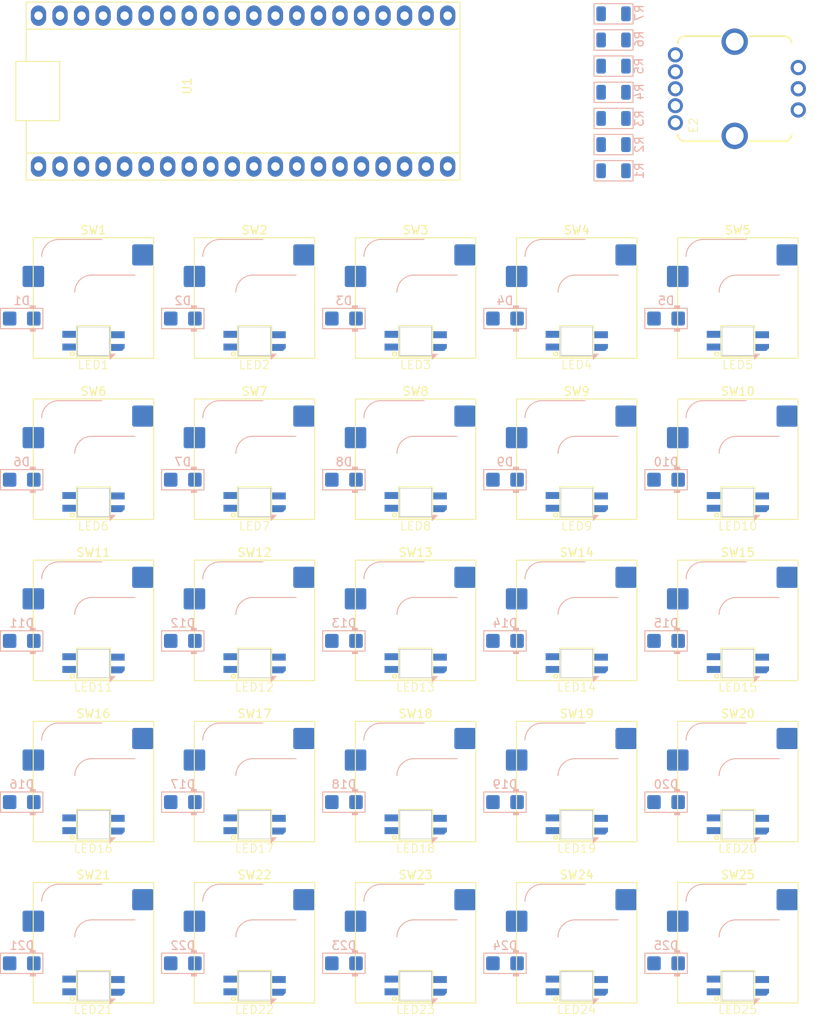
<source format=kicad_pcb>
(kicad_pcb (version 20241229) (generator "pcbnew") (generator_version "9.0")
  (layers (0 "F.Cu" signal) (2 "B.Cu" signal) (13 "F.Paste" user) (15 "B.Paste" user) (5 "F.SilkS" user "F.Silkscreen") (7 "B.SilkS" user "B.Silkscreen") (1 "F.Mask" user) (3 "B.Mask" user) (25 "Edge.Cuts" user))
  (net 0 "")
  (net 1 "/Key Matrix/Col 1")
  (net 2 "Net-(D1-A+)")
  (net 3 "/Key Matrix/Col 2")
  (net 4 "/Key Matrix/Col 4")
  (net 5 "/Key Matrix/Col 3")
  (net 6 "/Key Matrix/Col 5")
  (net 7 "Net-(E2--R)")
  (net 8 "E1-B")
  (net 9 "E1-A")
  (net 10 "Net-(E2--G)")
  (net 11 "E1-sw")
  (net 12 "Net-(E2--B)")
  (net 13 "/Neopixel/5v")
  (net 14 "/Neopixel/GND")
  (net 15 "Net-(LED1-DOUT)")
  (net 16 "/Neopixel/DIN")
  (net 17 "E1-LED-R")
  (net 18 "E1-LED-G")
  (net 19 "E1-LED-B")
  (net 20 "Net-(C1--)")
  (net 21 "Net-(C2--)")
  (net 22 "/Key Matrix/Row 1")
  (net 23 "/Key Matrix/Row 2")
  (net 24 "/Key Matrix/Row 3")
  (net 25 "/Key Matrix/Row 4")
  (net 26 "/Key Matrix/Row 5")
  (footprint "PCM_Switch_Keyboard_Hotswap_Kailh:SW_Hotswap_Kailh_MX_1.00u" (layer "F.Cu") (at 115.658 81.58)
    (property "Reference" "SW9" (at 0 -8 0) (layer "F.SilkS"))
    (property "Value" "Switch")
    (pad "" np_thru_hole circle (at -5.08 0) (size 1.75 1.75) (drill 1.75) (layers "*.Cu" "*.Mask"))
    (pad "" np_thru_hole circle (at -3.81 -2.54) (size 3.05 3.05) (drill 3.05) (layers "*.Cu" "*.Mask"))
    (pad "" np_thru_hole circle (at 0 0) (size 4 4) (drill 4) (layers "*.Cu" "*.Mask"))
    (pad "" np_thru_hole circle (at 2.54 -5.08) (size 3.05 3.05) (drill 3.05) (layers "*.Cu" "*.Mask"))
    (pad "" np_thru_hole circle (at 5.08 0) (size 1.75 1.75) (drill 1.75) (layers "*.Cu" "*.Mask"))
    (pad "1" smd roundrect (at -7.085 -2.54) (size 2.55 2.5) (layers "B.Cu" "B.Mask" "B.Paste") (roundrect_rratio 0.1) (net 22 "/Key Matrix/Row 1"))
    (pad "2" smd roundrect (at 5.842 -5.08) (size 2.55 2.5) (layers "B.Cu" "B.Mask" "B.Paste") (roundrect_rratio 0.1) (net 2 "Net-(D1-A+)"))
  )
  (footprint "Custom:SK6812-Mini-E MX" (layer "F.Cu") (at 77.441493 138.361452)
    (property "Reference" "LED22" (at 0.2 8.1 0) (layer "F.SilkS") (effects (font (thickness 0.1))))
    (property "Value" "SK6812")
    (fp_line (start -1.675 3.605) (end -1.675 7.005) (stroke (width 0.15)) (layer "Edge.Cuts"))
    (fp_line (start 2.125 3.605) (end -1.675 3.605) (stroke (width 0.15)) (layer "Edge.Cuts"))
    (fp_line (start 2.125 3.605) (end 2.125 7.005) (stroke (width 0.15)) (layer "Edge.Cuts"))
    (fp_line (start 2.125 7.005) (end -1.675 7.005) (stroke (width 0.15)) (layer "Edge.Cuts"))
    (pad "1" smd rect (at -2.6 4.5) (size 1.7 0.82) (layers "B.Cu" "B.Mask" "B.Paste") (net 13 "/Neopixel/5v"))
    (pad "2" smd rect (at -2.6 6) (size 1.7 0.82) (layers "B.Cu" "B.Mask" "B.Paste") (net 15 "Net-(LED1-DOUT)"))
    (pad "3" smd roundrect (at 3.05174 6.048506) (size 1.7 0.82) (layers "B.Cu" "B.Mask" "B.Paste") (roundrect_rratio 0) (chamfer_ratio 0.4) (chamfer bottom_right) (net 14 "/Neopixel/GND"))
    (pad "4" smd rect (at 3.05174 4.548428) (size 1.7 0.82) (layers "B.Cu" "B.Mask" "B.Paste") (net 16 "/Neopixel/DIN"))
  )
  (footprint "Custom:SK6812-Mini-E MX" (layer "F.Cu") (at 96.441493 119.361452)
    (property "Reference" "LED18" (at 0.2 8.1 0) (layer "F.SilkS") (effects (font (thickness 0.1))))
    (property "Value" "SK6812")
    (fp_line (start -1.675 3.605) (end -1.675 7.005) (stroke (width 0.15)) (layer "Edge.Cuts"))
    (fp_line (start 2.125 3.605) (end -1.675 3.605) (stroke (width 0.15)) (layer "Edge.Cuts"))
    (fp_line (start 2.125 3.605) (end 2.125 7.005) (stroke (width 0.15)) (layer "Edge.Cuts"))
    (fp_line (start 2.125 7.005) (end -1.675 7.005) (stroke (width 0.15)) (layer "Edge.Cuts"))
    (pad "1" smd rect (at -2.6 4.5) (size 1.7 0.82) (layers "B.Cu" "B.Mask" "B.Paste") (net 13 "/Neopixel/5v"))
    (pad "2" smd rect (at -2.6 6) (size 1.7 0.82) (layers "B.Cu" "B.Mask" "B.Paste") (net 15 "Net-(LED1-DOUT)"))
    (pad "3" smd roundrect (at 3.05174 6.048506) (size 1.7 0.82) (layers "B.Cu" "B.Mask" "B.Paste") (roundrect_rratio 0) (chamfer_ratio 0.4) (chamfer bottom_right) (net 14 "/Neopixel/GND"))
    (pad "4" smd rect (at 3.05174 4.548428) (size 1.7 0.82) (layers "B.Cu" "B.Mask" "B.Paste") (net 16 "/Neopixel/DIN"))
  )
  (footprint "PCM_Switch_Keyboard_Hotswap_Kailh:SW_Hotswap_Kailh_MX_1.00u" (layer "F.Cu") (at 58.658 100.58)
    (property "Reference" "SW11" (at 0 -8 0) (layer "F.SilkS"))
    (property "Value" "Switch")
    (pad "" np_thru_hole circle (at -5.08 0) (size 1.75 1.75) (drill 1.75) (layers "*.Cu" "*.Mask"))
    (pad "" np_thru_hole circle (at -3.81 -2.54) (size 3.05 3.05) (drill 3.05) (layers "*.Cu" "*.Mask"))
    (pad "" np_thru_hole circle (at 0 0) (size 4 4) (drill 4) (layers "*.Cu" "*.Mask"))
    (pad "" np_thru_hole circle (at 2.54 -5.08) (size 3.05 3.05) (drill 3.05) (layers "*.Cu" "*.Mask"))
    (pad "" np_thru_hole circle (at 5.08 0) (size 1.75 1.75) (drill 1.75) (layers "*.Cu" "*.Mask"))
    (pad "1" smd roundrect (at -7.085 -2.54) (size 2.55 2.5) (layers "B.Cu" "B.Mask" "B.Paste") (roundrect_rratio 0.1) (net 22 "/Key Matrix/Row 1"))
    (pad "2" smd roundrect (at 5.842 -5.08) (size 2.55 2.5) (layers "B.Cu" "B.Mask" "B.Paste") (roundrect_rratio 0.1) (net 2 "Net-(D1-A+)"))
  )
  (footprint "Custom:SK6812-Mini-E MX" (layer "F.Cu") (at 58.441493 81.361452)
    (property "Reference" "LED6" (at 0.2 8.1 0) (layer "F.SilkS") (effects (font (thickness 0.1))))
    (property "Value" "SK6812")
    (fp_line (start -1.675 3.605) (end -1.675 7.005) (stroke (width 0.15)) (layer "Edge.Cuts"))
    (fp_line (start 2.125 3.605) (end -1.675 3.605) (stroke (width 0.15)) (layer "Edge.Cuts"))
    (fp_line (start 2.125 3.605) (end 2.125 7.005) (stroke (width 0.15)) (layer "Edge.Cuts"))
    (fp_line (start 2.125 7.005) (end -1.675 7.005) (stroke (width 0.15)) (layer "Edge.Cuts"))
    (pad "1" smd rect (at -2.6 4.5) (size 1.7 0.82) (layers "B.Cu" "B.Mask" "B.Paste") (net 13 "/Neopixel/5v"))
    (pad "2" smd rect (at -2.6 6) (size 1.7 0.82) (layers "B.Cu" "B.Mask" "B.Paste") (net 15 "Net-(LED1-DOUT)"))
    (pad "3" smd roundrect (at 3.05174 6.048506) (size 1.7 0.82) (layers "B.Cu" "B.Mask" "B.Paste") (roundrect_rratio 0) (chamfer_ratio 0.4) (chamfer bottom_right) (net 14 "/Neopixel/GND"))
    (pad "4" smd rect (at 3.05174 4.548428) (size 1.7 0.82) (layers "B.Cu" "B.Mask" "B.Paste") (net 16 "/Neopixel/DIN"))
  )
  (footprint "Custom:SK6812-Mini-E MX" (layer "F.Cu") (at 134.441493 100.361452)
    (property "Reference" "LED15" (at 0.2 8.1 0) (layer "F.SilkS") (effects (font (thickness 0.1))))
    (property "Value" "SK6812")
    (fp_line (start -1.675 3.605) (end -1.675 7.005) (stroke (width 0.15)) (layer "Edge.Cuts"))
    (fp_line (start 2.125 3.605) (end -1.675 3.605) (stroke (width 0.15)) (layer "Edge.Cuts"))
    (fp_line (start 2.125 3.605) (end 2.125 7.005) (stroke (width 0.15)) (layer "Edge.Cuts"))
    (fp_line (start 2.125 7.005) (end -1.675 7.005) (stroke (width 0.15)) (layer "Edge.Cuts"))
    (pad "1" smd rect (at -2.6 4.5) (size 1.7 0.82) (layers "B.Cu" "B.Mask" "B.Paste") (net 13 "/Neopixel/5v"))
    (pad "2" smd rect (at -2.6 6) (size 1.7 0.82) (layers "B.Cu" "B.Mask" "B.Paste") (net 15 "Net-(LED1-DOUT)"))
    (pad "3" smd roundrect (at 3.05174 6.048506) (size 1.7 0.82) (layers "B.Cu" "B.Mask" "B.Paste") (roundrect_rratio 0) (chamfer_ratio 0.4) (chamfer bottom_right) (net 14 "/Neopixel/GND"))
    (pad "4" smd rect (at 3.05174 4.548428) (size 1.7 0.82) (layers "B.Cu" "B.Mask" "B.Paste") (net 16 "/Neopixel/DIN"))
  )
  (footprint "Custom:SK6812-Mini-E MX" (layer "F.Cu") (at 77.441493 100.361452)
    (property "Reference" "LED12" (at 0.2 8.1 0) (layer "F.SilkS") (effects (font (thickness 0.1))))
    (property "Value" "SK6812")
    (fp_line (start -1.675 3.605) (end -1.675 7.005) (stroke (width 0.15)) (layer "Edge.Cuts"))
    (fp_line (start 2.125 3.605) (end -1.675 3.605) (stroke (width 0.15)) (layer "Edge.Cuts"))
    (fp_line (start 2.125 3.605) (end 2.125 7.005) (stroke (width 0.15)) (layer "Edge.Cuts"))
    (fp_line (start 2.125 7.005) (end -1.675 7.005) (stroke (width 0.15)) (layer "Edge.Cuts"))
    (pad "1" smd rect (at -2.6 4.5) (size 1.7 0.82) (layers "B.Cu" "B.Mask" "B.Paste") (net 13 "/Neopixel/5v"))
    (pad "2" smd rect (at -2.6 6) (size 1.7 0.82) (layers "B.Cu" "B.Mask" "B.Paste") (net 15 "Net-(LED1-DOUT)"))
    (pad "3" smd roundrect (at 3.05174 6.048506) (size 1.7 0.82) (layers "B.Cu" "B.Mask" "B.Paste") (roundrect_rratio 0) (chamfer_ratio 0.4) (chamfer bottom_right) (net 14 "/Neopixel/GND"))
    (pad "4" smd rect (at 3.05174 4.548428) (size 1.7 0.82) (layers "B.Cu" "B.Mask" "B.Paste") (net 16 "/Neopixel/DIN"))
  )
  (footprint "PCM_Switch_Keyboard_Hotswap_Kailh:SW_Hotswap_Kailh_MX_1.00u" (layer "F.Cu") (at 134.658 138.58)
    (property "Reference" "SW25" (at 0 -8 0) (layer "F.SilkS"))
    (property "Value" "Switch")
    (pad "" np_thru_hole circle (at -5.08 0) (size 1.75 1.75) (drill 1.75) (layers "*.Cu" "*.Mask"))
    (pad "" np_thru_hole circle (at -3.81 -2.54) (size 3.05 3.05) (drill 3.05) (layers "*.Cu" "*.Mask"))
    (pad "" np_thru_hole circle (at 0 0) (size 4 4) (drill 4) (layers "*.Cu" "*.Mask"))
    (pad "" np_thru_hole circle (at 2.54 -5.08) (size 3.05 3.05) (drill 3.05) (layers "*.Cu" "*.Mask"))
    (pad "" np_thru_hole circle (at 5.08 0) (size 1.75 1.75) (drill 1.75) (layers "*.Cu" "*.Mask"))
    (pad "1" smd roundrect (at -7.085 -2.54) (size 2.55 2.5) (layers "B.Cu" "B.Mask" "B.Paste") (roundrect_rratio 0.1) (net 22 "/Key Matrix/Row 1"))
    (pad "2" smd roundrect (at 5.842 -5.08) (size 2.55 2.5) (layers "B.Cu" "B.Mask" "B.Paste") (roundrect_rratio 0.1) (net 2 "Net-(D1-A+)"))
  )
  (footprint "Custom:SK6812-Mini-E MX" (layer "F.Cu") (at 77.441493 62.361452)
    (property "Reference" "LED2" (at 0.2 8.1 0) (layer "F.SilkS") (effects (font (thickness 0.1))))
    (property "Value" "SK6812")
    (fp_line (start -1.675 3.605) (end -1.675 7.005) (stroke (width 0.15)) (layer "Edge.Cuts"))
    (fp_line (start 2.125 3.605) (end -1.675 3.605) (stroke (width 0.15)) (layer "Edge.Cuts"))
    (fp_line (start 2.125 3.605) (end 2.125 7.005) (stroke (width 0.15)) (layer "Edge.Cuts"))
    (fp_line (start 2.125 7.005) (end -1.675 7.005) (stroke (width 0.15)) (layer "Edge.Cuts"))
    (pad "1" smd rect (at -2.6 4.5) (size 1.7 0.82) (layers "B.Cu" "B.Mask" "B.Paste") (net 13 "/Neopixel/5v"))
    (pad "2" smd rect (at -2.6 6) (size 1.7 0.82) (layers "B.Cu" "B.Mask" "B.Paste") (net 15 "Net-(LED1-DOUT)"))
    (pad "3" smd roundrect (at 3.05174 6.048506) (size 1.7 0.82) (layers "B.Cu" "B.Mask" "B.Paste") (roundrect_rratio 0) (chamfer_ratio 0.4) (chamfer bottom_right) (net 14 "/Neopixel/GND"))
    (pad "4" smd rect (at 3.05174 4.548428) (size 1.7 0.82) (layers "B.Cu" "B.Mask" "B.Paste") (net 16 "/Neopixel/DIN"))
  )
  (footprint "PCM_Switch_Keyboard_Hotswap_Kailh:SW_Hotswap_Kailh_MX_1.00u" (layer "F.Cu") (at 77.658 100.58)
    (property "Reference" "SW12" (at 0 -8 0) (layer "F.SilkS"))
    (property "Value" "Switch")
    (pad "" np_thru_hole circle (at -5.08 0) (size 1.75 1.75) (drill 1.75) (layers "*.Cu" "*.Mask"))
    (pad "" np_thru_hole circle (at -3.81 -2.54) (size 3.05 3.05) (drill 3.05) (layers "*.Cu" "*.Mask"))
    (pad "" np_thru_hole circle (at 0 0) (size 4 4) (drill 4) (layers "*.Cu" "*.Mask"))
    (pad "" np_thru_hole circle (at 2.54 -5.08) (size 3.05 3.05) (drill 3.05) (layers "*.Cu" "*.Mask"))
    (pad "" np_thru_hole circle (at 5.08 0) (size 1.75 1.75) (drill 1.75) (layers "*.Cu" "*.Mask"))
    (pad "1" smd roundrect (at -7.085 -2.54) (size 2.55 2.5) (layers "B.Cu" "B.Mask" "B.Paste") (roundrect_rratio 0.1) (net 22 "/Key Matrix/Row 1"))
    (pad "2" smd roundrect (at 5.842 -5.08) (size 2.55 2.5) (layers "B.Cu" "B.Mask" "B.Paste") (roundrect_rratio 0.1) (net 2 "Net-(D1-A+)"))
  )
  (footprint "PCM_Switch_Keyboard_Hotswap_Kailh:SW_Hotswap_Kailh_MX_1.00u" (layer "F.Cu") (at 115.658 119.58)
    (property "Reference" "SW19" (at 0 -8 0) (layer "F.SilkS"))
    (property "Value" "Switch")
    (pad "" np_thru_hole circle (at -5.08 0) (size 1.75 1.75) (drill 1.75) (layers "*.Cu" "*.Mask"))
    (pad "" np_thru_hole circle (at -3.81 -2.54) (size 3.05 3.05) (drill 3.05) (layers "*.Cu" "*.Mask"))
    (pad "" np_thru_hole circle (at 0 0) (size 4 4) (drill 4) (layers "*.Cu" "*.Mask"))
    (pad "" np_thru_hole circle (at 2.54 -5.08) (size 3.05 3.05) (drill 3.05) (layers "*.Cu" "*.Mask"))
    (pad "" np_thru_hole circle (at 5.08 0) (size 1.75 1.75) (drill 1.75) (layers "*.Cu" "*.Mask"))
    (pad "1" smd roundrect (at -7.085 -2.54) (size 2.55 2.5) (layers "B.Cu" "B.Mask" "B.Paste") (roundrect_rratio 0.1) (net 22 "/Key Matrix/Row 1"))
    (pad "2" smd roundrect (at 5.842 -5.08) (size 2.55 2.5) (layers "B.Cu" "B.Mask" "B.Paste") (roundrect_rratio 0.1) (net 2 "Net-(D1-A+)"))
  )
  (footprint "Custom:SK6812-Mini-E MX" (layer "F.Cu") (at 115.441493 81.361452)
    (property "Reference" "LED9" (at 0.2 8.1 0) (layer "F.SilkS") (effects (font (thickness 0.1))))
    (property "Value" "SK6812")
    (fp_line (start -1.675 3.605) (end -1.675 7.005) (stroke (width 0.15)) (layer "Edge.Cuts"))
    (fp_line (start 2.125 3.605) (end -1.675 3.605) (stroke (width 0.15)) (layer "Edge.Cuts"))
    (fp_line (start 2.125 3.605) (end 2.125 7.005) (stroke (width 0.15)) (layer "Edge.Cuts"))
    (fp_line (start 2.125 7.005) (end -1.675 7.005) (stroke (width 0.15)) (layer "Edge.Cuts"))
    (pad "1" smd rect (at -2.6 4.5) (size 1.7 0.82) (layers "B.Cu" "B.Mask" "B.Paste") (net 13 "/Neopixel/5v"))
    (pad "2" smd rect (at -2.6 6) (size 1.7 0.82) (layers "B.Cu" "B.Mask" "B.Paste") (net 15 "Net-(LED1-DOUT)"))
    (pad "3" smd roundrect (at 3.05174 6.048506) (size 1.7 0.82) (layers "B.Cu" "B.Mask" "B.Paste") (roundrect_rratio 0) (chamfer_ratio 0.4) (chamfer bottom_right) (net 14 "/Neopixel/GND"))
    (pad "4" smd rect (at 3.05174 4.548428) (size 1.7 0.82) (layers "B.Cu" "B.Mask" "B.Paste") (net 16 "/Neopixel/DIN"))
  )
  (footprint "Custom:SK6812-Mini-E MX" (layer "F.Cu") (at 96.441493 62.361452)
    (property "Reference" "LED3" (at 0.2 8.1 0) (layer "F.SilkS") (effects (font (thickness 0.1))))
    (property "Value" "SK6812")
    (fp_line (start -1.675 3.605) (end -1.675 7.005) (stroke (width 0.15)) (layer "Edge.Cuts"))
    (fp_line (start 2.125 3.605) (end -1.675 3.605) (stroke (width 0.15)) (layer "Edge.Cuts"))
    (fp_line (start 2.125 3.605) (end 2.125 7.005) (stroke (width 0.15)) (layer "Edge.Cuts"))
    (fp_line (start 2.125 7.005) (end -1.675 7.005) (stroke (width 0.15)) (layer "Edge.Cuts"))
    (pad "1" smd rect (at -2.6 4.5) (size 1.7 0.82) (layers "B.Cu" "B.Mask" "B.Paste") (net 13 "/Neopixel/5v"))
    (pad "2" smd rect (at -2.6 6) (size 1.7 0.82) (layers "B.Cu" "B.Mask" "B.Paste") (net 15 "Net-(LED1-DOUT)"))
    (pad "3" smd roundrect (at 3.05174 6.048506) (size 1.7 0.82) (layers "B.Cu" "B.Mask" "B.Paste") (roundrect_rratio 0) (chamfer_ratio 0.4) (chamfer bottom_right) (net 14 "/Neopixel/GND"))
    (pad "4" smd rect (at 3.05174 4.548428) (size 1.7 0.82) (layers "B.Cu" "B.Mask" "B.Paste") (net 16 "/Neopixel/DIN"))
  )
  (footprint "Custom:SK6812-Mini-E MX" (layer "F.Cu") (at 96.441493 100.361452)
    (property "Reference" "LED13" (at 0.2 8.1 0) (layer "F.SilkS") (effects (font (thickness 0.1))))
    (property "Value" "SK6812")
    (fp_line (start -1.675 3.605) (end -1.675 7.005) (stroke (width 0.15)) (layer "Edge.Cuts"))
    (fp_line (start 2.125 3.605) (end -1.675 3.605) (stroke (width 0.15)) (layer "Edge.Cuts"))
    (fp_line (start 2.125 3.605) (end 2.125 7.005) (stroke (width 0.15)) (layer "Edge.Cuts"))
    (fp_line (start 2.125 7.005) (end -1.675 7.005) (stroke (width 0.15)) (layer "Edge.Cuts"))
    (pad "1" smd rect (at -2.6 4.5) (size 1.7 0.82) (layers "B.Cu" "B.Mask" "B.Paste") (net 13 "/Neopixel/5v"))
    (pad "2" smd rect (at -2.6 6) (size 1.7 0.82) (layers "B.Cu" "B.Mask" "B.Paste") (net 15 "Net-(LED1-DOUT)"))
    (pad "3" smd roundrect (at 3.05174 6.048506) (size 1.7 0.82) (layers "B.Cu" "B.Mask" "B.Paste") (roundrect_rratio 0) (chamfer_ratio 0.4) (chamfer bottom_right) (net 14 "/Neopixel/GND"))
    (pad "4" smd rect (at 3.05174 4.548428) (size 1.7 0.82) (layers "B.Cu" "B.Mask" "B.Paste") (net 16 "/Neopixel/DIN"))
  )
  (footprint "PCM_Switch_Keyboard_Hotswap_Kailh:SW_Hotswap_Kailh_MX_1.00u" (layer "F.Cu") (at 134.658 100.58)
    (property "Reference" "SW15" (at 0 -8 0) (layer "F.SilkS"))
    (property "Value" "Switch")
    (pad "" np_thru_hole circle (at -5.08 0) (size 1.75 1.75) (drill 1.75) (layers "*.Cu" "*.Mask"))
    (pad "" np_thru_hole circle (at -3.81 -2.54) (size 3.05 3.05) (drill 3.05) (layers "*.Cu" "*.Mask"))
    (pad "" np_thru_hole circle (at 0 0) (size 4 4) (drill 4) (layers "*.Cu" "*.Mask"))
    (pad "" np_thru_hole circle (at 2.54 -5.08) (size 3.05 3.05) (drill 3.05) (layers "*.Cu" "*.Mask"))
    (pad "" np_thru_hole circle (at 5.08 0) (size 1.75 1.75) (drill 1.75) (layers "*.Cu" "*.Mask"))
    (pad "1" smd roundrect (at -7.085 -2.54) (size 2.55 2.5) (layers "B.Cu" "B.Mask" "B.Paste") (roundrect_rratio 0.1) (net 22 "/Key Matrix/Row 1"))
    (pad "2" smd roundrect (at 5.842 -5.08) (size 2.55 2.5) (layers "B.Cu" "B.Mask" "B.Paste") (roundrect_rratio 0.1) (net 2 "Net-(D1-A+)"))
  )
  (footprint "Custom:SK6812-Mini-E MX" (layer "F.Cu") (at 58.441493 119.361452)
    (property "Reference" "LED16" (at 0.2 8.1 0) (layer "F.SilkS") (effects (font (thickness 0.1))))
    (property "Value" "SK6812")
    (fp_line (start -1.675 3.605) (end -1.675 7.005) (stroke (width 0.15)) (layer "Edge.Cuts"))
    (fp_line (start 2.125 3.605) (end -1.675 3.605) (stroke (width 0.15)) (layer "Edge.Cuts"))
    (fp_line (start 2.125 3.605) (end 2.125 7.005) (stroke (width 0.15)) (layer "Edge.Cuts"))
    (fp_line (start 2.125 7.005) (end -1.675 7.005) (stroke (width 0.15)) (layer "Edge.Cuts"))
    (pad "1" smd rect (at -2.6 4.5) (size 1.7 0.82) (layers "B.Cu" "B.Mask" "B.Paste") (net 13 "/Neopixel/5v"))
    (pad "2" smd rect (at -2.6 6) (size 1.7 0.82) (layers "B.Cu" "B.Mask" "B.Paste") (net 15 "Net-(LED1-DOUT)"))
    (pad "3" smd roundrect (at 3.05174 6.048506) (size 1.7 0.82) (layers "B.Cu" "B.Mask" "B.Paste") (roundrect_rratio 0) (chamfer_ratio 0.4) (chamfer bottom_right) (net 14 "/Neopixel/GND"))
    (pad "4" smd rect (at 3.05174 4.548428) (size 1.7 0.82) (layers "B.Cu" "B.Mask" "B.Paste") (net 16 "/Neopixel/DIN"))
  )
  (footprint "Custom:SK6812-Mini-E MX" (layer "F.Cu") (at 115.441493 100.361452)
    (property "Reference" "LED14" (at 0.2 8.1 0) (layer "F.SilkS") (effects (font (thickness 0.1))))
    (property "Value" "SK6812")
    (fp_line (start -1.675 3.605) (end -1.675 7.005) (stroke (width 0.15)) (layer "Edge.Cuts"))
    (fp_line (start 2.125 3.605) (end -1.675 3.605) (stroke (width 0.15)) (layer "Edge.Cuts"))
    (fp_line (start 2.125 3.605) (end 2.125 7.005) (stroke (width 0.15)) (layer "Edge.Cuts"))
    (fp_line (start 2.125 7.005) (end -1.675 7.005) (stroke (width 0.15)) (layer "Edge.Cuts"))
    (pad "1" smd rect (at -2.6 4.5) (size 1.7 0.82) (layers "B.Cu" "B.Mask" "B.Paste") (net 13 "/Neopixel/5v"))
    (pad "2" smd rect (at -2.6 6) (size 1.7 0.82) (layers "B.Cu" "B.Mask" "B.Paste") (net 15 "Net-(LED1-DOUT)"))
    (pad "3" smd roundrect (at 3.05174 6.048506) (size 1.7 0.82) (layers "B.Cu" "B.Mask" "B.Paste") (roundrect_rratio 0) (chamfer_ratio 0.4) (chamfer bottom_right) (net 14 "/Neopixel/GND"))
    (pad "4" smd rect (at 3.05174 4.548428) (size 1.7 0.82) (layers "B.Cu" "B.Mask" "B.Paste") (net 16 "/Neopixel/DIN"))
  )
  (footprint "Custom:SK6812-Mini-E MX" (layer "F.Cu") (at 77.441493 119.361452)
    (property "Reference" "LED17" (at 0.2 8.1 0) (layer "F.SilkS") (effects (font (thickness 0.1))))
    (property "Value" "SK6812")
    (fp_line (start -1.675 3.605) (end -1.675 7.005) (stroke (width 0.15)) (layer "Edge.Cuts"))
    (fp_line (start 2.125 3.605) (end -1.675 3.605) (stroke (width 0.15)) (layer "Edge.Cuts"))
    (fp_line (start 2.125 3.605) (end 2.125 7.005) (stroke (width 0.15)) (layer "Edge.Cuts"))
    (fp_line (start 2.125 7.005) (end -1.675 7.005) (stroke (width 0.15)) (layer "Edge.Cuts"))
    (pad "1" smd rect (at -2.6 4.5) (size 1.7 0.82) (layers "B.Cu" "B.Mask" "B.Paste") (net 13 "/Neopixel/5v"))
    (pad "2" smd rect (at -2.6 6) (size 1.7 0.82) (layers "B.Cu" "B.Mask" "B.Paste") (net 15 "Net-(LED1-DOUT)"))
    (pad "3" smd roundrect (at 3.05174 6.048506) (size 1.7 0.82) (layers "B.Cu" "B.Mask" "B.Paste") (roundrect_rratio 0) (chamfer_ratio 0.4) (chamfer bottom_right) (net 14 "/Neopixel/GND"))
    (pad "4" smd rect (at 3.05174 4.548428) (size 1.7 0.82) (layers "B.Cu" "B.Mask" "B.Paste") (net 16 "/Neopixel/DIN"))
  )
  (footprint "PCM_Switch_Keyboard_Hotswap_Kailh:SW_Hotswap_Kailh_MX_1.00u" (layer "F.Cu") (at 96.658 81.58)
    (property "Reference" "SW8" (at 0 -8 0) (layer "F.SilkS"))
    (property "Value" "Switch")
    (pad "" np_thru_hole circle (at -5.08 0) (size 1.75 1.75) (drill 1.75) (layers "*.Cu" "*.Mask"))
    (pad "" np_thru_hole circle (at -3.81 -2.54) (size 3.05 3.05) (drill 3.05) (layers "*.Cu" "*.Mask"))
    (pad "" np_thru_hole circle (at 0 0) (size 4 4) (drill 4) (layers "*.Cu" "*.Mask"))
    (pad "" np_thru_hole circle (at 2.54 -5.08) (size 3.05 3.05) (drill 3.05) (layers "*.Cu" "*.Mask"))
    (pad "" np_thru_hole circle (at 5.08 0) (size 1.75 1.75) (drill 1.75) (layers "*.Cu" "*.Mask"))
    (pad "1" smd roundrect (at -7.085 -2.54) (size 2.55 2.5) (layers "B.Cu" "B.Mask" "B.Paste") (roundrect_rratio 0.1) (net 22 "/Key Matrix/Row 1"))
    (pad "2" smd roundrect (at 5.842 -5.08) (size 2.55 2.5) (layers "B.Cu" "B.Mask" "B.Paste") (roundrect_rratio 0.1) (net 2 "Net-(D1-A+)"))
  )
  (footprint "Custom:SK6812-Mini-E MX" (layer "F.Cu") (at 134.441493 138.361452)
    (property "Reference" "LED25" (at 0.2 8.1 0) (layer "F.SilkS") (effects (font (thickness 0.1))))
    (property "Value" "SK6812")
    (fp_line (start -1.675 3.605) (end -1.675 7.005) (stroke (width 0.15)) (layer "Edge.Cuts"))
    (fp_line (start 2.125 3.605) (end -1.675 3.605) (stroke (width 0.15)) (layer "Edge.Cuts"))
    (fp_line (start 2.125 3.605) (end 2.125 7.005) (stroke (width 0.15)) (layer "Edge.Cuts"))
    (fp_line (start 2.125 7.005) (end -1.675 7.005) (stroke (width 0.15)) (layer "Edge.Cuts"))
    (pad "1" smd rect (at -2.6 4.5) (size 1.7 0.82) (layers "B.Cu" "B.Mask" "B.Paste") (net 13 "/Neopixel/5v"))
    (pad "2" smd rect (at -2.6 6) (size 1.7 0.82) (layers "B.Cu" "B.Mask" "B.Paste") (net 15 "Net-(LED1-DOUT)"))
    (pad "3" smd roundrect (at 3.05174 6.048506) (size 1.7 0.82) (layers "B.Cu" "B.Mask" "B.Paste") (roundrect_rratio 0) (chamfer_ratio 0.4) (chamfer bottom_right) (net 14 "/Neopixel/GND"))
    (pad "4" smd rect (at 3.05174 4.548428) (size 1.7 0.82) (layers "B.Cu" "B.Mask" "B.Paste") (net 16 "/Neopixel/DIN"))
  )
  (footprint "Custom:SK6812-Mini-E MX" (layer "F.Cu") (at 115.441493 119.361452)
    (property "Reference" "LED19" (at 0.2 8.1 0) (layer "F.SilkS") (effects (font (thickness 0.1))))
    (property "Value" "SK6812")
    (fp_line (start -1.675 3.605) (end -1.675 7.005) (stroke (width 0.15)) (layer "Edge.Cuts"))
    (fp_line (start 2.125 3.605) (end -1.675 3.605) (stroke (width 0.15)) (layer "Edge.Cuts"))
    (fp_line (start 2.125 3.605) (end 2.125 7.005) (stroke (width 0.15)) (layer "Edge.Cuts"))
    (fp_line (start 2.125 7.005) (end -1.675 7.005) (stroke (width 0.15)) (layer "Edge.Cuts"))
    (pad "1" smd rect (at -2.6 4.5) (size 1.7 0.82) (layers "B.Cu" "B.Mask" "B.Paste") (net 13 "/Neopixel/5v"))
    (pad "2" smd rect (at -2.6 6) (size 1.7 0.82) (layers "B.Cu" "B.Mask" "B.Paste") (net 15 "Net-(LED1-DOUT)"))
    (pad "3" smd roundrect (at 3.05174 6.048506) (size 1.7 0.82) (layers "B.Cu" "B.Mask" "B.Paste") (roundrect_rratio 0) (chamfer_ratio 0.4) (chamfer bottom_right) (net 14 "/Neopixel/GND"))
    (pad "4" smd rect (at 3.05174 4.548428) (size 1.7 0.82) (layers "B.Cu" "B.Mask" "B.Paste") (net 16 "/Neopixel/DIN"))
  )
  (footprint "PCM_Switch_Keyboard_Hotswap_Kailh:SW_Hotswap_Kailh_MX_1.00u" (layer "F.Cu") (at 134.658 62.58)
    (property "Reference" "SW5" (at 0 -8 0) (layer "F.SilkS"))
    (property "Value" "Switch")
    (pad "" np_thru_hole circle (at -5.08 0) (size 1.75 1.75) (drill 1.75) (layers "*.Cu" "*.Mask"))
    (pad "" np_thru_hole circle (at -3.81 -2.54) (size 3.05 3.05) (drill 3.05) (layers "*.Cu" "*.Mask"))
    (pad "" np_thru_hole circle (at 0 0) (size 4 4) (drill 4) (layers "*.Cu" "*.Mask"))
    (pad "" np_thru_hole circle (at 2.54 -5.08) (size 3.05 3.05) (drill 3.05) (layers "*.Cu" "*.Mask"))
    (pad "" np_thru_hole circle (at 5.08 0) (size 1.75 1.75) (drill 1.75) (layers "*.Cu" "*.Mask"))
    (pad "1" smd roundrect (at -7.085 -2.54) (size 2.55 2.5) (layers "B.Cu" "B.Mask" "B.Paste") (roundrect_rratio 0.1) (net 22 "/Key Matrix/Row 1"))
    (pad "2" smd roundrect (at 5.842 -5.08) (size 2.55 2.5) (layers "B.Cu" "B.Mask" "B.Paste") (roundrect_rratio 0.1) (net 2 "Net-(D1-A+)"))
  )
  (footprint "PCM_Switch_Keyboard_Hotswap_Kailh:SW_Hotswap_Kailh_MX_1.00u" (layer "F.Cu") (at 58.658 81.58)
    (property "Reference" "SW6" (at 0 -8 0) (layer "F.SilkS"))
    (property "Value" "Switch")
    (pad "" np_thru_hole circle (at -5.08 0) (size 1.75 1.75) (drill 1.75) (layers "*.Cu" "*.Mask"))
    (pad "" np_thru_hole circle (at -3.81 -2.54) (size 3.05 3.05) (drill 3.05) (layers "*.Cu" "*.Mask"))
    (pad "" np_thru_hole circle (at 0 0) (size 4 4) (drill 4) (layers "*.Cu" "*.Mask"))
    (pad "" np_thru_hole circle (at 2.54 -5.08) (size 3.05 3.05) (drill 3.05) (layers "*.Cu" "*.Mask"))
    (pad "" np_thru_hole circle (at 5.08 0) (size 1.75 1.75) (drill 1.75) (layers "*.Cu" "*.Mask"))
    (pad "1" smd roundrect (at -7.085 -2.54) (size 2.55 2.5) (layers "B.Cu" "B.Mask" "B.Paste") (roundrect_rratio 0.1) (net 22 "/Key Matrix/Row 1"))
    (pad "2" smd roundrect (at 5.842 -5.08) (size 2.55 2.5) (layers "B.Cu" "B.Mask" "B.Paste") (roundrect_rratio 0.1) (net 2 "Net-(D1-A+)"))
  )
  (footprint "Custom:SK6812-Mini-E MX" (layer "F.Cu") (at 58.441493 62.361452)
    (property "Reference" "LED1" (at 0.2 8.1 0) (layer "F.SilkS") (effects (font (thickness 0.1))))
    (property "Value" "SK6812")
    (fp_line (start -1.675 3.605) (end -1.675 7.005) (stroke (width 0.15)) (layer "Edge.Cuts"))
    (fp_line (start 2.125 3.605) (end -1.675 3.605) (stroke (width 0.15)) (layer "Edge.Cuts"))
    (fp_line (start 2.125 3.605) (end 2.125 7.005) (stroke (width 0.15)) (layer "Edge.Cuts"))
    (fp_line (start 2.125 7.005) (end -1.675 7.005) (stroke (width 0.15)) (layer "Edge.Cuts"))
    (pad "1" smd rect (at -2.6 4.5) (size 1.7 0.82) (layers "B.Cu" "B.Mask" "B.Paste") (net 13 "/Neopixel/5v"))
    (pad "2" smd rect (at -2.6 6) (size 1.7 0.82) (layers "B.Cu" "B.Mask" "B.Paste") (net 15 "Net-(LED1-DOUT)"))
    (pad "3" smd roundrect (at 3.05174 6.048506) (size 1.7 0.82) (layers "B.Cu" "B.Mask" "B.Paste") (roundrect_rratio 0) (chamfer_ratio 0.4) (chamfer bottom_right) (net 14 "/Neopixel/GND"))
    (pad "4" smd rect (at 3.05174 4.548428) (size 1.7 0.82) (layers "B.Cu" "B.Mask" "B.Paste") (net 16 "/Neopixel/DIN"))
  )
  (footprint "Custom:SK6812-Mini-E MX" (layer "F.Cu") (at 134.441493 81.361452)
    (property "Reference" "LED10" (at 0.2 8.1 0) (layer "F.SilkS") (effects (font (thickness 0.1))))
    (property "Value" "SK6812")
    (fp_line (start -1.675 3.605) (end -1.675 7.005) (stroke (width 0.15)) (layer "Edge.Cuts"))
    (fp_line (start 2.125 3.605) (end -1.675 3.605) (stroke (width 0.15)) (layer "Edge.Cuts"))
    (fp_line (start 2.125 3.605) (end 2.125 7.005) (stroke (width 0.15)) (layer "Edge.Cuts"))
    (fp_line (start 2.125 7.005) (end -1.675 7.005) (stroke (width 0.15)) (layer "Edge.Cuts"))
    (pad "1" smd rect (at -2.6 4.5) (size 1.7 0.82) (layers "B.Cu" "B.Mask" "B.Paste") (net 13 "/Neopixel/5v"))
    (pad "2" smd rect (at -2.6 6) (size 1.7 0.82) (layers "B.Cu" "B.Mask" "B.Paste") (net 15 "Net-(LED1-DOUT)"))
    (pad "3" smd roundrect (at 3.05174 6.048506) (size 1.7 0.82) (layers "B.Cu" "B.Mask" "B.Paste") (roundrect_rratio 0) (chamfer_ratio 0.4) (chamfer bottom_right) (net 14 "/Neopixel/GND"))
    (pad "4" smd rect (at 3.05174 4.548428) (size 1.7 0.82) (layers "B.Cu" "B.Mask" "B.Paste") (net 16 "/Neopixel/DIN"))
  )
  (footprint "Custom:SK6812-Mini-E MX" (layer "F.Cu") (at 134.441493 62.361452)
    (property "Reference" "LED5" (at 0.2 8.1 0) (layer "F.SilkS") (effects (font (thickness 0.1))))
    (property "Value" "SK6812")
    (fp_line (start -1.675 3.605) (end -1.675 7.005) (stroke (width 0.15)) (layer "Edge.Cuts"))
    (fp_line (start 2.125 3.605) (end -1.675 3.605) (stroke (width 0.15)) (layer "Edge.Cuts"))
    (fp_line (start 2.125 3.605) (end 2.125 7.005) (stroke (width 0.15)) (layer "Edge.Cuts"))
    (fp_line (start 2.125 7.005) (end -1.675 7.005) (stroke (width 0.15)) (layer "Edge.Cuts"))
    (pad "1" smd rect (at -2.6 4.5) (size 1.7 0.82) (layers "B.Cu" "B.Mask" "B.Paste") (net 13 "/Neopixel/5v"))
    (pad "2" smd rect (at -2.6 6) (size 1.7 0.82) (layers "B.Cu" "B.Mask" "B.Paste") (net 15 "Net-(LED1-DOUT)"))
    (pad "3" smd roundrect (at 3.05174 6.048506) (size 1.7 0.82) (layers "B.Cu" "B.Mask" "B.Paste") (roundrect_rratio 0) (chamfer_ratio 0.4) (chamfer bottom_right) (net 14 "/Neopixel/GND"))
    (pad "4" smd rect (at 3.05174 4.548428) (size 1.7 0.82) (layers "B.Cu" "B.Mask" "B.Paste") (net 16 "/Neopixel/DIN"))
  )
  (footprint "PCM_Switch_Keyboard_Hotswap_Kailh:SW_Hotswap_Kailh_MX_1.00u" (layer "F.Cu") (at 77.658 119.58)
    (property "Reference" "SW17" (at 0 -8 0) (layer "F.SilkS"))
    (property "Value" "Switch")
    (pad "" np_thru_hole circle (at -5.08 0) (size 1.75 1.75) (drill 1.75) (layers "*.Cu" "*.Mask"))
    (pad "" np_thru_hole circle (at -3.81 -2.54) (size 3.05 3.05) (drill 3.05) (layers "*.Cu" "*.Mask"))
    (pad "" np_thru_hole circle (at 0 0) (size 4 4) (drill 4) (layers "*.Cu" "*.Mask"))
    (pad "" np_thru_hole circle (at 2.54 -5.08) (size 3.05 3.05) (drill 3.05) (layers "*.Cu" "*.Mask"))
    (pad "" np_thru_hole circle (at 5.08 0) (size 1.75 1.75) (drill 1.75) (layers "*.Cu" "*.Mask"))
    (pad "1" smd roundrect (at -7.085 -2.54) (size 2.55 2.5) (layers "B.Cu" "B.Mask" "B.Paste") (roundrect_rratio 0.1) (net 22 "/Key Matrix/Row 1"))
    (pad "2" smd roundrect (at 5.842 -5.08) (size 2.55 2.5) (layers "B.Cu" "B.Mask" "B.Paste") (roundrect_rratio 0.1) (net 2 "Net-(D1-A+)"))
  )
  (footprint "Custom:SK6812-Mini-E MX" (layer "F.Cu") (at 115.441493 62.361452)
    (property "Reference" "LED4" (at 0.2 8.1 0) (layer "F.SilkS") (effects (font (thickness 0.1))))
    (property "Value" "SK6812")
    (fp_line (start -1.675 3.605) (end -1.675 7.005) (stroke (width 0.15)) (layer "Edge.Cuts"))
    (fp_line (start 2.125 3.605) (end -1.675 3.605) (stroke (width 0.15)) (layer "Edge.Cuts"))
    (fp_line (start 2.125 3.605) (end 2.125 7.005) (stroke (width 0.15)) (layer "Edge.Cuts"))
    (fp_line (start 2.125 7.005) (end -1.675 7.005) (stroke (width 0.15)) (layer "Edge.Cuts"))
    (pad "1" smd rect (at -2.6 4.5) (size 1.7 0.82) (layers "B.Cu" "B.Mask" "B.Paste") (net 13 "/Neopixel/5v"))
    (pad "2" smd rect (at -2.6 6) (size 1.7 0.82) (layers "B.Cu" "B.Mask" "B.Paste") (net 15 "Net-(LED1-DOUT)"))
    (pad "3" smd roundrect (at 3.05174 6.048506) (size 1.7 0.82) (layers "B.Cu" "B.Mask" "B.Paste") (roundrect_rratio 0) (chamfer_ratio 0.4) (chamfer bottom_right) (net 14 "/Neopixel/GND"))
    (pad "4" smd rect (at 3.05174 4.548428) (size 1.7 0.82) (layers "B.Cu" "B.Mask" "B.Paste") (net 16 "/Neopixel/DIN"))
  )
  (footprint "PCM_Switch_Keyboard_Hotswap_Kailh:SW_Hotswap_Kailh_MX_1.00u" (layer "F.Cu") (at 134.658 119.58)
    (property "Reference" "SW20" (at 0 -8 0) (layer "F.SilkS"))
    (property "Value" "Switch")
    (pad "" np_thru_hole circle (at -5.08 0) (size 1.75 1.75) (drill 1.75) (layers "*.Cu" "*.Mask"))
    (pad "" np_thru_hole circle (at -3.81 -2.54) (size 3.05 3.05) (drill 3.05) (layers "*.Cu" "*.Mask"))
    (pad "" np_thru_hole circle (at 0 0) (size 4 4) (drill 4) (layers "*.Cu" "*.Mask"))
    (pad "" np_thru_hole circle (at 2.54 -5.08) (size 3.05 3.05) (drill 3.05) (layers "*.Cu" "*.Mask"))
    (pad "" np_thru_hole circle (at 5.08 0) (size 1.75 1.75) (drill 1.75) (layers "*.Cu" "*.Mask"))
    (pad "1" smd roundrect (at -7.085 -2.54) (size 2.55 2.5) (layers "B.Cu" "B.Mask" "B.Paste") (roundrect_rratio 0.1) (net 22 "/Key Matrix/Row 1"))
    (pad "2" smd roundrect (at 5.842 -5.08) (size 2.55 2.5) (layers "B.Cu" "B.Mask" "B.Paste") (roundrect_rratio 0.1) (net 2 "Net-(D1-A+)"))
  )
  (footprint "PCM_Switch_Keyboard_Hotswap_Kailh:SW_Hotswap_Kailh_MX_1.00u" (layer "F.Cu") (at 96.658 119.58)
    (property "Reference" "SW18" (at 0 -8 0) (layer "F.SilkS"))
    (property "Value" "Switch")
    (pad "" np_thru_hole circle (at -5.08 0) (size 1.75 1.75) (drill 1.75) (layers "*.Cu" "*.Mask"))
    (pad "" np_thru_hole circle (at -3.81 -2.54) (size 3.05 3.05) (drill 3.05) (layers "*.Cu" "*.Mask"))
    (pad "" np_thru_hole circle (at 0 0) (size 4 4) (drill 4) (layers "*.Cu" "*.Mask"))
    (pad "" np_thru_hole circle (at 2.54 -5.08) (size 3.05 3.05) (drill 3.05) (layers "*.Cu" "*.Mask"))
    (pad "" np_thru_hole circle (at 5.08 0) (size 1.75 1.75) (drill 1.75) (layers "*.Cu" "*.Mask"))
    (pad "1" smd roundrect (at -7.085 -2.54) (size 2.55 2.5) (layers "B.Cu" "B.Mask" "B.Paste") (roundrect_rratio 0.1) (net 22 "/Key Matrix/Row 1"))
    (pad "2" smd roundrect (at 5.842 -5.08) (size 2.55 2.5) (layers "B.Cu" "B.Mask" "B.Paste") (roundrect_rratio 0.1) (net 2 "Net-(D1-A+)"))
  )
  (footprint "Custom:SK6812-Mini-E MX" (layer "F.Cu") (at 115.441493 138.361452)
    (property "Reference" "LED24" (at 0.2 8.1 0) (layer "F.SilkS") (effects (font (thickness 0.1))))
    (property "Value" "SK6812")
    (fp_line (start -1.675 3.605) (end -1.675 7.005) (stroke (width 0.15)) (layer "Edge.Cuts"))
    (fp_line (start 2.125 3.605) (end -1.675 3.605) (stroke (width 0.15)) (layer "Edge.Cuts"))
    (fp_line (start 2.125 3.605) (end 2.125 7.005) (stroke (width 0.15)) (layer "Edge.Cuts"))
    (fp_line (start 2.125 7.005) (end -1.675 7.005) (stroke (width 0.15)) (layer "Edge.Cuts"))
    (pad "1" smd rect (at -2.6 4.5) (size 1.7 0.82) (layers "B.Cu" "B.Mask" "B.Paste") (net 13 "/Neopixel/5v"))
    (pad "2" smd rect (at -2.6 6) (size 1.7 0.82) (layers "B.Cu" "B.Mask" "B.Paste") (net 15 "Net-(LED1-DOUT)"))
    (pad "3" smd roundrect (at 3.05174 6.048506) (size 1.7 0.82) (layers "B.Cu" "B.Mask" "B.Paste") (roundrect_rratio 0) (chamfer_ratio 0.4) (chamfer bottom_right) (net 14 "/Neopixel/GND"))
    (pad "4" smd rect (at 3.05174 4.548428) (size 1.7 0.82) (layers "B.Cu" "B.Mask" "B.Paste") (net 16 "/Neopixel/DIN"))
  )
  (footprint "PCM_Switch_Keyboard_Hotswap_Kailh:SW_Hotswap_Kailh_MX_1.00u" (layer "F.Cu") (at 115.658 100.58)
    (property "Reference" "SW14" (at 0 -8 0) (layer "F.SilkS"))
    (property "Value" "Switch")
    (pad "" np_thru_hole circle (at -5.08 0) (size 1.75 1.75) (drill 1.75) (layers "*.Cu" "*.Mask"))
    (pad "" np_thru_hole circle (at -3.81 -2.54) (size 3.05 3.05) (drill 3.05) (layers "*.Cu" "*.Mask"))
    (pad "" np_thru_hole circle (at 0 0) (size 4 4) (drill 4) (layers "*.Cu" "*.Mask"))
    (pad "" np_thru_hole circle (at 2.54 -5.08) (size 3.05 3.05) (drill 3.05) (layers "*.Cu" "*.Mask"))
    (pad "" np_thru_hole circle (at 5.08 0) (size 1.75 1.75) (drill 1.75) (layers "*.Cu" "*.Mask"))
    (pad "1" smd roundrect (at -7.085 -2.54) (size 2.55 2.5) (layers "B.Cu" "B.Mask" "B.Paste") (roundrect_rratio 0.1) (net 22 "/Key Matrix/Row 1"))
    (pad "2" smd roundrect (at 5.842 -5.08) (size 2.55 2.5) (layers "B.Cu" "B.Mask" "B.Paste") (roundrect_rratio 0.1) (net 2 "Net-(D1-A+)"))
  )
  (footprint "Custom:SK6812-Mini-E MX" (layer "F.Cu") (at 96.441493 81.361452)
    (property "Reference" "LED8" (at 0.2 8.1 0) (layer "F.SilkS") (effects (font (thickness 0.1))))
    (property "Value" "SK6812")
    (fp_line (start -1.675 3.605) (end -1.675 7.005) (stroke (width 0.15)) (layer "Edge.Cuts"))
    (fp_line (start 2.125 3.605) (end -1.675 3.605) (stroke (width 0.15)) (layer "Edge.Cuts"))
    (fp_line (start 2.125 3.605) (end 2.125 7.005) (stroke (width 0.15)) (layer "Edge.Cuts"))
    (fp_line (start 2.125 7.005) (end -1.675 7.005) (stroke (width 0.15)) (layer "Edge.Cuts"))
    (pad "1" smd rect (at -2.6 4.5) (size 1.7 0.82) (layers "B.Cu" "B.Mask" "B.Paste") (net 13 "/Neopixel/5v"))
    (pad "2" smd rect (at -2.6 6) (size 1.7 0.82) (layers "B.Cu" "B.Mask" "B.Paste") (net 15 "Net-(LED1-DOUT)"))
    (pad "3" smd roundrect (at 3.05174 6.048506) (size 1.7 0.82) (layers "B.Cu" "B.Mask" "B.Paste") (roundrect_rratio 0) (chamfer_ratio 0.4) (chamfer bottom_right) (net 14 "/Neopixel/GND"))
    (pad "4" smd rect (at 3.05174 4.548428) (size 1.7 0.82) (layers "B.Cu" "B.Mask" "B.Paste") (net 16 "/Neopixel/DIN"))
  )
  (footprint "PCM_Switch_Keyboard_Hotswap_Kailh:SW_Hotswap_Kailh_MX_1.00u" (layer "F.Cu") (at 58.658 62.58)
    (property "Reference" "SW1" (at 0 -8 0) (layer "F.SilkS"))
    (property "Value" "Switch")
    (pad "" np_thru_hole circle (at -5.08 0) (size 1.75 1.75) (drill 1.75) (layers "*.Cu" "*.Mask"))
    (pad "" np_thru_hole circle (at -3.81 -2.54) (size 3.05 3.05) (drill 3.05) (layers "*.Cu" "*.Mask"))
    (pad "" np_thru_hole circle (at 0 0) (size 4 4) (drill 4) (layers "*.Cu" "*.Mask"))
    (pad "" np_thru_hole circle (at 2.54 -5.08) (size 3.05 3.05) (drill 3.05) (layers "*.Cu" "*.Mask"))
    (pad "" np_thru_hole circle (at 5.08 0) (size 1.75 1.75) (drill 1.75) (layers "*.Cu" "*.Mask"))
    (pad "1" smd roundrect (at -7.085 -2.54) (size 2.55 2.5) (layers "B.Cu" "B.Mask" "B.Paste") (roundrect_rratio 0.1) (net 22 "/Key Matrix/Row 1"))
    (pad "2" smd roundrect (at 5.842 -5.08) (size 2.55 2.5) (layers "B.Cu" "B.Mask" "B.Paste") (roundrect_rratio 0.1) (net 2 "Net-(D1-A+)"))
  )
  (footprint "Custom:SK6812-Mini-E MX" (layer "F.Cu") (at 58.441493 100.361452)
    (property "Reference" "LED11" (at 0.2 8.1 0) (layer "F.SilkS") (effects (font (thickness 0.1))))
    (property "Value" "SK6812")
    (fp_line (start -1.675 3.605) (end -1.675 7.005) (stroke (width 0.15)) (layer "Edge.Cuts"))
    (fp_line (start 2.125 3.605) (end -1.675 3.605) (stroke (width 0.15)) (layer "Edge.Cuts"))
    (fp_line (start 2.125 3.605) (end 2.125 7.005) (stroke (width 0.15)) (layer "Edge.Cuts"))
    (fp_line (start 2.125 7.005) (end -1.675 7.005) (stroke (width 0.15)) (layer "Edge.Cuts"))
    (pad "1" smd rect (at -2.6 4.5) (size 1.7 0.82) (layers "B.Cu" "B.Mask" "B.Paste") (net 13 "/Neopixel/5v"))
    (pad "2" smd rect (at -2.6 6) (size 1.7 0.82) (layers "B.Cu" "B.Mask" "B.Paste") (net 15 "Net-(LED1-DOUT)"))
    (pad "3" smd roundrect (at 3.05174 6.048506) (size 1.7 0.82) (layers "B.Cu" "B.Mask" "B.Paste") (roundrect_rratio 0) (chamfer_ratio 0.4) (chamfer bottom_right) (net 14 "/Neopixel/GND"))
    (pad "4" smd rect (at 3.05174 4.548428) (size 1.7 0.82) (layers "B.Cu" "B.Mask" "B.Paste") (net 16 "/Neopixel/DIN"))
  )
  (footprint "PCM_SL_Development_Boards:raspberry_pi_pico_THT" (layer "F.Cu") (at 52.178 47.08 90)
    (property "Reference" "U1" (at 9.49 17.53 90) (layer "F.SilkS"))
    (property "Value" "Pico")
    (pad "1" thru_hole oval (at 0 0) (size 1.8 2.4) (drill 1) (layers "*.Cu" "*.Mask") (net 22 "/Key Matrix/Row 1"))
    (pad "2" thru_hole oval (at 0 2.54) (size 1.8 2.4) (drill 1) (layers "*.Cu" "*.Mask") (net 23 "/Key Matrix/Row 2"))
    (pad "3" thru_hole oval (at 0 5.08) (size 1.8 2.4) (drill 1) (layers "*.Cu" "*.Mask") (net 14 "/Neopixel/GND"))
    (pad "4" thru_hole oval (at 0 7.62) (size 1.8 2.4) (drill 1) (layers "*.Cu" "*.Mask") (net 24 "/Key Matrix/Row 3"))
    (pad "5" thru_hole oval (at 0 10.16) (size 1.8 2.4) (drill 1) (layers "*.Cu" "*.Mask") (net 25 "/Key Matrix/Row 4"))
    (pad "6" thru_hole oval (at 0 12.7) (size 1.8 2.4) (drill 1) (layers "*.Cu" "*.Mask") (net 26 "/Key Matrix/Row 5"))
    (pad "7" thru_hole oval (at 0 15.24) (size 1.8 2.4) (drill 1) (layers "*.Cu" "*.Mask") (net 1 "/Key Matrix/Col 1"))
    (pad "8" thru_hole oval (at 0 17.78) (size 1.8 2.4) (drill 1) (layers "*.Cu" "*.Mask") (net 14 "/Neopixel/GND"))
    (pad "9" thru_hole oval (at 0 20.32) (size 1.8 2.4) (drill 1) (layers "*.Cu" "*.Mask") (net 3 "/Key Matrix/Col 2"))
    (pad "10" thru_hole oval (at 0 22.86) (size 1.8 2.4) (drill 1) (layers "*.Cu" "*.Mask") (net 5 "/Key Matrix/Col 3"))
    (pad "11" thru_hole oval (at 0 25.4) (size 1.8 2.4) (drill 1) (layers "*.Cu" "*.Mask"))
    (pad "12" thru_hole oval (at 0 27.94) (size 1.8 2.4) (drill 1) (layers "*.Cu" "*.Mask"))
    (pad "13" thru_hole oval (at 0 30.48) (size 1.8 2.4) (drill 1) (layers "*.Cu" "*.Mask") (net 14 "/Neopixel/GND"))
    (pad "14" thru_hole oval (at 0 33.02) (size 1.8 2.4) (drill 1) (layers "*.Cu" "*.Mask"))
    (pad "15" thru_hole oval (at 0 35.56) (size 1.8 2.4) (drill 1) (layers "*.Cu" "*.Mask"))
    (pad "16" thru_hole oval (at 0 38.1) (size 1.8 2.4) (drill 1) (layers "*.Cu" "*.Mask"))
    (pad "17" thru_hole oval (at 0 40.64) (size 1.8 2.4) (drill 1) (layers "*.Cu" "*.Mask") (net 4 "/Key Matrix/Col 4"))
    (pad "18" thru_hole oval (at 0 43.18) (size 1.8 2.4) (drill 1) (layers "*.Cu" "*.Mask") (net 14 "/Neopixel/GND"))
    (pad "19" thru_hole oval (at 0 45.72) (size 1.8 2.4) (drill 1) (layers "*.Cu" "*.Mask") (net 6 "/Key Matrix/Col 5"))
    (pad "20" thru_hole oval (at 0 48.26) (size 1.8 2.4) (drill 1) (layers "*.Cu" "*.Mask"))
    (pad "21" thru_hole oval (at 17.78 48.26) (size 1.8 2.4) (drill 1) (layers "*.Cu" "*.Mask") (net 11 "E1-sw"))
    (pad "22" thru_hole oval (at 17.78 45.72) (size 1.8 2.4) (drill 1) (layers "*.Cu" "*.Mask") (net 9 "E1-A"))
    (pad "23" thru_hole oval (at 17.78 43.18) (size 1.8 2.4) (drill 1) (layers "*.Cu" "*.Mask") (net 14 "/Neopixel/GND"))
    (pad "24" thru_hole oval (at 17.78 40.64) (size 1.8 2.4) (drill 1) (layers "*.Cu" "*.Mask") (net 8 "E1-B"))
    (pad "25" thru_hole oval (at 17.78 38.1) (size 1.8 2.4) (drill 1) (layers "*.Cu" "*.Mask") (net 19 "E1-LED-B"))
    (pad "26" thru_hole oval (at 17.78 35.56) (size 1.8 2.4) (drill 1) (layers "*.Cu" "*.Mask") (net 18 "E1-LED-G"))
    (pad "27" thru_hole oval (at 17.78 33.02) (size 1.8 2.4) (drill 1) (layers "*.Cu" "*.Mask") (net 17 "E1-LED-R"))
    (pad "28" thru_hole oval (at 17.78 30.48) (size 1.8 2.4) (drill 1) (layers "*.Cu" "*.Mask") (net 14 "/Neopixel/GND"))
    (pad "29" thru_hole oval (at 17.78 27.94) (size 1.8 2.4) (drill 1) (layers "*.Cu" "*.Mask") (net 16 "/Neopixel/DIN"))
    (pad "30" thru_hole oval (at 17.78 25.4) (size 1.8 2.4) (drill 1) (layers "*.Cu" "*.Mask"))
    (pad "31" thru_hole oval (at 17.78 22.86) (size 1.8 2.4) (drill 1) (layers "*.Cu" "*.Mask"))
    (pad "32" thru_hole oval (at 17.78 20.32) (size 1.8 2.4) (drill 1) (layers "*.Cu" "*.Mask"))
    (pad "33" thru_hole oval (at 17.78 17.78) (size 1.8 2.4) (drill 1) (layers "*.Cu" "*.Mask") (net 14 "/Neopixel/GND"))
    (pad "34" thru_hole oval (at 17.78 15.24) (size 1.8 2.4) (drill 1) (layers "*.Cu" "*.Mask"))
    (pad "35" thru_hole oval (at 17.78 12.7) (size 1.8 2.4) (drill 1) (layers "*.Cu" "*.Mask"))
    (pad "36" thru_hole oval (at 17.78 10.16) (size 1.8 2.4) (drill 1) (layers "*.Cu" "*.Mask"))
    (pad "37" thru_hole oval (at 17.78 7.62) (size 1.8 2.4) (drill 1) (layers "*.Cu" "*.Mask"))
    (pad "38" thru_hole oval (at 17.78 5.08) (size 1.8 2.4) (drill 1) (layers "*.Cu" "*.Mask") (net 14 "/Neopixel/GND"))
    (pad "39" thru_hole oval (at 17.78 2.54) (size 1.8 2.4) (drill 1) (layers "*.Cu" "*.Mask"))
    (pad "40" thru_hole oval (at 17.78 0) (size 1.8 2.4) (drill 1) (layers "*.Cu" "*.Mask") (net 13 "/Neopixel/5v"))
  )
  (footprint "PCM_Switch_Keyboard_Hotswap_Kailh:SW_Hotswap_Kailh_MX_1.00u" (layer "F.Cu") (at 96.658 62.58)
    (property "Reference" "SW3" (at 0 -8 0) (layer "F.SilkS"))
    (property "Value" "Switch")
    (pad "" np_thru_hole circle (at -5.08 0) (size 1.75 1.75) (drill 1.75) (layers "*.Cu" "*.Mask"))
    (pad "" np_thru_hole circle (at -3.81 -2.54) (size 3.05 3.05) (drill 3.05) (layers "*.Cu" "*.Mask"))
    (pad "" np_thru_hole circle (at 0 0) (size 4 4) (drill 4) (layers "*.Cu" "*.Mask"))
    (pad "" np_thru_hole circle (at 2.54 -5.08) (size 3.05 3.05) (drill 3.05) (layers "*.Cu" "*.Mask"))
    (pad "" np_thru_hole circle (at 5.08 0) (size 1.75 1.75) (drill 1.75) (layers "*.Cu" "*.Mask"))
    (pad "1" smd roundrect (at -7.085 -2.54) (size 2.55 2.5) (layers "B.Cu" "B.Mask" "B.Paste") (roundrect_rratio 0.1) (net 22 "/Key Matrix/Row 1"))
    (pad "2" smd roundrect (at 5.842 -5.08) (size 2.55 2.5) (layers "B.Cu" "B.Mask" "B.Paste") (roundrect_rratio 0.1) (net 2 "Net-(D1-A+)"))
  )
  (footprint "PCM_Switch_Keyboard_Hotswap_Kailh:SW_Hotswap_Kailh_MX_1.00u" (layer "F.Cu") (at 77.658 62.58)
    (property "Reference" "SW2" (at 0 -8 0) (layer "F.SilkS"))
    (property "Value" "Switch")
    (pad "" np_thru_hole circle (at -5.08 0) (size 1.75 1.75) (drill 1.75) (layers "*.Cu" "*.Mask"))
    (pad "" np_thru_hole circle (at -3.81 -2.54) (size 3.05 3.05) (drill 3.05) (layers "*.Cu" "*.Mask"))
    (pad "" np_thru_hole circle (at 0 0) (size 4 4) (drill 4) (layers "*.Cu" "*.Mask"))
    (pad "" np_thru_hole circle (at 2.54 -5.08) (size 3.05 3.05) (drill 3.05) (layers "*.Cu" "*.Mask"))
    (pad "" np_thru_hole circle (at 5.08 0) (size 1.75 1.75) (drill 1.75) (layers "*.Cu" "*.Mask"))
    (pad "1" smd roundrect (at -7.085 -2.54) (size 2.55 2.5) (layers "B.Cu" "B.Mask" "B.Paste") (roundrect_rratio 0.1) (net 22 "/Key Matrix/Row 1"))
    (pad "2" smd roundrect (at 5.842 -5.08) (size 2.55 2.5) (layers "B.Cu" "B.Mask" "B.Paste") (roundrect_rratio 0.1) (net 2 "Net-(D1-A+)"))
  )
  (footprint "PCM_Switch_Keyboard_Hotswap_Kailh:SW_Hotswap_Kailh_MX_1.00u" (layer "F.Cu") (at 58.658 119.58)
    (property "Reference" "SW16" (at 0 -8 0) (layer "F.SilkS"))
    (property "Value" "Switch")
    (pad "" np_thru_hole circle (at -5.08 0) (size 1.75 1.75) (drill 1.75) (layers "*.Cu" "*.Mask"))
    (pad "" np_thru_hole circle (at -3.81 -2.54) (size 3.05 3.05) (drill 3.05) (layers "*.Cu" "*.Mask"))
    (pad "" np_thru_hole circle (at 0 0) (size 4 4) (drill 4) (layers "*.Cu" "*.Mask"))
    (pad "" np_thru_hole circle (at 2.54 -5.08) (size 3.05 3.05) (drill 3.05) (layers "*.Cu" "*.Mask"))
    (pad "" np_thru_hole circle (at 5.08 0) (size 1.75 1.75) (drill 1.75) (layers "*.Cu" "*.Mask"))
    (pad "1" smd roundrect (at -7.085 -2.54) (size 2.55 2.5) (layers "B.Cu" "B.Mask" "B.Paste") (roundrect_rratio 0.1) (net 22 "/Key Matrix/Row 1"))
    (pad "2" smd roundrect (at 5.842 -5.08) (size 2.55 2.5) (layers "B.Cu" "B.Mask" "B.Paste") (roundrect_rratio 0.1) (net 2 "Net-(D1-A+)"))
  )
  (footprint "PCM_Switch_Keyboard_Hotswap_Kailh:SW_Hotswap_Kailh_MX_1.00u" (layer "F.Cu") (at 115.658 62.58)
    (property "Reference" "SW4" (at 0 -8 0) (layer "F.SilkS"))
    (property "Value" "Switch")
    (pad "" np_thru_hole circle (at -5.08 0) (size 1.75 1.75) (drill 1.75) (layers "*.Cu" "*.Mask"))
    (pad "" np_thru_hole circle (at -3.81 -2.54) (size 3.05 3.05) (drill 3.05) (layers "*.Cu" "*.Mask"))
    (pad "" np_thru_hole circle (at 0 0) (size 4 4) (drill 4) (layers "*.Cu" "*.Mask"))
    (pad "" np_thru_hole circle (at 2.54 -5.08) (size 3.05 3.05) (drill 3.05) (layers "*.Cu" "*.Mask"))
    (pad "" np_thru_hole circle (at 5.08 0) (size 1.75 1.75) (drill 1.75) (layers "*.Cu" "*.Mask"))
    (pad "1" smd roundrect (at -7.085 -2.54) (size 2.55 2.5) (layers "B.Cu" "B.Mask" "B.Paste") (roundrect_rratio 0.1) (net 22 "/Key Matrix/Row 1"))
    (pad "2" smd roundrect (at 5.842 -5.08) (size 2.55 2.5) (layers "B.Cu" "B.Mask" "B.Paste") (roundrect_rratio 0.1) (net 2 "Net-(D1-A+)"))
  )
  (footprint "PCM_Switch_Keyboard_Hotswap_Kailh:SW_Hotswap_Kailh_MX_1.00u" (layer "F.Cu") (at 77.658 81.58)
    (property "Reference" "SW7" (at 0 -8 0) (layer "F.SilkS"))
    (property "Value" "Switch")
    (pad "" np_thru_hole circle (at -5.08 0) (size 1.75 1.75) (drill 1.75) (layers "*.Cu" "*.Mask"))
    (pad "" np_thru_hole circle (at -3.81 -2.54) (size 3.05 3.05) (drill 3.05) (layers "*.Cu" "*.Mask"))
    (pad "" np_thru_hole circle (at 0 0) (size 4 4) (drill 4) (layers "*.Cu" "*.Mask"))
    (pad "" np_thru_hole circle (at 2.54 -5.08) (size 3.05 3.05) (drill 3.05) (layers "*.Cu" "*.Mask"))
    (pad "" np_thru_hole circle (at 5.08 0) (size 1.75 1.75) (drill 1.75) (layers "*.Cu" "*.Mask"))
    (pad "1" smd roundrect (at -7.085 -2.54) (size 2.55 2.5) (layers "B.Cu" "B.Mask" "B.Paste") (roundrect_rratio 0.1) (net 22 "/Key Matrix/Row 1"))
    (pad "2" smd roundrect (at 5.842 -5.08) (size 2.55 2.5) (layers "B.Cu" "B.Mask" "B.Paste") (roundrect_rratio 0.1) (net 2 "Net-(D1-A+)"))
  )
  (footprint "Custom:SK6812-Mini-E MX" (layer "F.Cu") (at 77.441493 81.361452)
    (property "Reference" "LED7" (at 0.2 8.1 0) (layer "F.SilkS") (effects (font (thickness 0.1))))
    (property "Value" "SK6812")
    (fp_line (start -1.675 3.605) (end -1.675 7.005) (stroke (width 0.15)) (layer "Edge.Cuts"))
    (fp_line (start 2.125 3.605) (end -1.675 3.605) (stroke (width 0.15)) (layer "Edge.Cuts"))
    (fp_line (start 2.125 3.605) (end 2.125 7.005) (stroke (width 0.15)) (layer "Edge.Cuts"))
    (fp_line (start 2.125 7.005) (end -1.675 7.005) (stroke (width 0.15)) (layer "Edge.Cuts"))
    (pad "1" smd rect (at -2.6 4.5) (size 1.7 0.82) (layers "B.Cu" "B.Mask" "B.Paste") (net 13 "/Neopixel/5v"))
    (pad "2" smd rect (at -2.6 6) (size 1.7 0.82) (layers "B.Cu" "B.Mask" "B.Paste") (net 15 "Net-(LED1-DOUT)"))
    (pad "3" smd roundrect (at 3.05174 6.048506) (size 1.7 0.82) (layers "B.Cu" "B.Mask" "B.Paste") (roundrect_rratio 0) (chamfer_ratio 0.4) (chamfer bottom_right) (net 14 "/Neopixel/GND"))
    (pad "4" smd rect (at 3.05174 4.548428) (size 1.7 0.82) (layers "B.Cu" "B.Mask" "B.Paste") (net 16 "/Neopixel/DIN"))
  )
  (footprint "PCM_Switch_Keyboard_Hotswap_Kailh:SW_Hotswap_Kailh_MX_1.00u" (layer "F.Cu") (at 96.658 100.58)
    (property "Reference" "SW13" (at 0 -8 0) (layer "F.SilkS"))
    (property "Value" "Switch")
    (pad "" np_thru_hole circle (at -5.08 0) (size 1.75 1.75) (drill 1.75) (layers "*.Cu" "*.Mask"))
    (pad "" np_thru_hole circle (at -3.81 -2.54) (size 3.05 3.05) (drill 3.05) (layers "*.Cu" "*.Mask"))
    (pad "" np_thru_hole circle (at 0 0) (size 4 4) (drill 4) (layers "*.Cu" "*.Mask"))
    (pad "" np_thru_hole circle (at 2.54 -5.08) (size 3.05 3.05) (drill 3.05) (layers "*.Cu" "*.Mask"))
    (pad "" np_thru_hole circle (at 5.08 0) (size 1.75 1.75) (drill 1.75) (layers "*.Cu" "*.Mask"))
    (pad "1" smd roundrect (at -7.085 -2.54) (size 2.55 2.5) (layers "B.Cu" "B.Mask" "B.Paste") (roundrect_rratio 0.1) (net 22 "/Key Matrix/Row 1"))
    (pad "2" smd roundrect (at 5.842 -5.08) (size 2.55 2.5) (layers "B.Cu" "B.Mask" "B.Paste") (roundrect_rratio 0.1) (net 2 "Net-(D1-A+)"))
  )
  (footprint "Custom:SK6812-Mini-E MX" (layer "F.Cu") (at 134.441493 119.361452)
    (property "Reference" "LED20" (at 0.2 8.1 0) (layer "F.SilkS") (effects (font (thickness 0.1))))
    (property "Value" "SK6812")
    (fp_line (start -1.675 3.605) (end -1.675 7.005) (stroke (width 0.15)) (layer "Edge.Cuts"))
    (fp_line (start 2.125 3.605) (end -1.675 3.605) (stroke (width 0.15)) (layer "Edge.Cuts"))
    (fp_line (start 2.125 3.605) (end 2.125 7.005) (stroke (width 0.15)) (layer "Edge.Cuts"))
    (fp_line (start 2.125 7.005) (end -1.675 7.005) (stroke (width 0.15)) (layer "Edge.Cuts"))
    (pad "1" smd rect (at -2.6 4.5) (size 1.7 0.82) (layers "B.Cu" "B.Mask" "B.Paste") (net 13 "/Neopixel/5v"))
    (pad "2" smd rect (at -2.6 6) (size 1.7 0.82) (layers "B.Cu" "B.Mask" "B.Paste") (net 15 "Net-(LED1-DOUT)"))
    (pad "3" smd roundrect (at 3.05174 6.048506) (size 1.7 0.82) (layers "B.Cu" "B.Mask" "B.Paste") (roundrect_rratio 0) (chamfer_ratio 0.4) (chamfer bottom_right) (net 14 "/Neopixel/GND"))
    (pad "4" smd rect (at 3.05174 4.548428) (size 1.7 0.82) (layers "B.Cu" "B.Mask" "B.Paste") (net 16 "/Neopixel/DIN"))
  )
  (footprint "PCM_Switch_Keyboard_Hotswap_Kailh:SW_Hotswap_Kailh_MX_1.00u" (layer "F.Cu") (at 58.658 138.58)
    (property "Reference" "SW21" (at 0 -8 0) (layer "F.SilkS"))
    (property "Value" "Switch")
    (pad "" np_thru_hole circle (at -5.08 0) (size 1.75 1.75) (drill 1.75) (layers "*.Cu" "*.Mask"))
    (pad "" np_thru_hole circle (at -3.81 -2.54) (size 3.05 3.05) (drill 3.05) (layers "*.Cu" "*.Mask"))
    (pad "" np_thru_hole circle (at 0 0) (size 4 4) (drill 4) (layers "*.Cu" "*.Mask"))
    (pad "" np_thru_hole circle (at 2.54 -5.08) (size 3.05 3.05) (drill 3.05) (layers "*.Cu" "*.Mask"))
    (pad "" np_thru_hole circle (at 5.08 0) (size 1.75 1.75) (drill 1.75) (layers "*.Cu" "*.Mask"))
    (pad "1" smd roundrect (at -7.085 -2.54) (size 2.55 2.5) (layers "B.Cu" "B.Mask" "B.Paste") (roundrect_rratio 0.1) (net 22 "/Key Matrix/Row 1"))
    (pad "2" smd roundrect (at 5.842 -5.08) (size 2.55 2.5) (layers "B.Cu" "B.Mask" "B.Paste") (roundrect_rratio 0.1) (net 2 "Net-(D1-A+)"))
  )
  (footprint "Custom:SK6812-Mini-E MX" (layer "F.Cu") (at 58.441493 138.361452)
    (property "Reference" "LED21" (at 0.2 8.1 0) (layer "F.SilkS") (effects (font (thickness 0.1))))
    (property "Value" "SK6812")
    (fp_line (start -1.675 3.605) (end -1.675 7.005) (stroke (width 0.15)) (layer "Edge.Cuts"))
    (fp_line (start 2.125 3.605) (end -1.675 3.605) (stroke (width 0.15)) (layer "Edge.Cuts"))
    (fp_line (start 2.125 3.605) (end 2.125 7.005) (stroke (width 0.15)) (layer "Edge.Cuts"))
    (fp_line (start 2.125 7.005) (end -1.675 7.005) (stroke (width 0.15)) (layer "Edge.Cuts"))
    (pad "1" smd rect (at -2.6 4.5) (size 1.7 0.82) (layers "B.Cu" "B.Mask" "B.Paste") (net 13 "/Neopixel/5v"))
    (pad "2" smd rect (at -2.6 6) (size 1.7 0.82) (layers "B.Cu" "B.Mask" "B.Paste") (net 15 "Net-(LED1-DOUT)"))
    (pad "3" smd roundrect (at 3.05174 6.048506) (size 1.7 0.82) (layers "B.Cu" "B.Mask" "B.Paste") (roundrect_rratio 0) (chamfer_ratio 0.4) (chamfer bottom_right) (net 14 "/Neopixel/GND"))
    (pad "4" smd rect (at 3.05174 4.548428) (size 1.7 0.82) (layers "B.Cu" "B.Mask" "B.Paste") (net 16 "/Neopixel/DIN"))
  )
  (footprint "PCM_Switch_Keyboard_Hotswap_Kailh:SW_Hotswap_Kailh_MX_1.00u" (layer "F.Cu") (at 96.658 138.58)
    (property "Reference" "SW23" (at 0 -8 0) (layer "F.SilkS"))
    (property "Value" "Switch")
    (pad "" np_thru_hole circle (at -5.08 0) (size 1.75 1.75) (drill 1.75) (layers "*.Cu" "*.Mask"))
    (pad "" np_thru_hole circle (at -3.81 -2.54) (size 3.05 3.05) (drill 3.05) (layers "*.Cu" "*.Mask"))
    (pad "" np_thru_hole circle (at 0 0) (size 4 4) (drill 4) (layers "*.Cu" "*.Mask"))
    (pad "" np_thru_hole circle (at 2.54 -5.08) (size 3.05 3.05) (drill 3.05) (layers "*.Cu" "*.Mask"))
    (pad "" np_thru_hole circle (at 5.08 0) (size 1.75 1.75) (drill 1.75) (layers "*.Cu" "*.Mask"))
    (pad "1" smd roundrect (at -7.085 -2.54) (size 2.55 2.5) (layers "B.Cu" "B.Mask" "B.Paste") (roundrect_rratio 0.1) (net 22 "/Key Matrix/Row 1"))
    (pad "2" smd roundrect (at 5.842 -5.08) (size 2.55 2.5) (layers "B.Cu" "B.Mask" "B.Paste") (roundrect_rratio 0.1) (net 2 "Net-(D1-A+)"))
  )
  (footprint "Custom:SK6812-Mini-E MX" (layer "F.Cu") (at 96.441493 138.361452)
    (property "Reference" "LED23" (at 0.2 8.1 0) (layer "F.SilkS") (effects (font (thickness 0.1))))
    (property "Value" "SK6812")
    (fp_line (start -1.675 3.605) (end -1.675 7.005) (stroke (width 0.15)) (layer "Edge.Cuts"))
    (fp_line (start 2.125 3.605) (end -1.675 3.605) (stroke (width 0.15)) (layer "Edge.Cuts"))
    (fp_line (start 2.125 3.605) (end 2.125 7.005) (stroke (width 0.15)) (layer "Edge.Cuts"))
    (fp_line (start 2.125 7.005) (end -1.675 7.005) (stroke (width 0.15)) (layer "Edge.Cuts"))
    (pad "1" smd rect (at -2.6 4.5) (size 1.7 0.82) (layers "B.Cu" "B.Mask" "B.Paste") (net 13 "/Neopixel/5v"))
    (pad "2" smd rect (at -2.6 6) (size 1.7 0.82) (layers "B.Cu" "B.Mask" "B.Paste") (net 15 "Net-(LED1-DOUT)"))
    (pad "3" smd roundrect (at 3.05174 6.048506) (size 1.7 0.82) (layers "B.Cu" "B.Mask" "B.Paste") (roundrect_rratio 0) (chamfer_ratio 0.4) (chamfer bottom_right) (net 14 "/Neopixel/GND"))
    (pad "4" smd rect (at 3.05174 4.548428) (size 1.7 0.82) (layers "B.Cu" "B.Mask" "B.Paste") (net 16 "/Neopixel/DIN"))
  )
  (footprint "PCM_Switch_Keyboard_Hotswap_Kailh:SW_Hotswap_Kailh_MX_1.00u" (layer "F.Cu") (at 77.658 138.58)
    (property "Reference" "SW22" (at 0 -8 0) (layer "F.SilkS"))
    (property "Value" "Switch")
    (pad "" np_thru_hole circle (at -5.08 0) (size 1.75 1.75) (drill 1.75) (layers "*.Cu" "*.Mask"))
    (pad "" np_thru_hole circle (at -3.81 -2.54) (size 3.05 3.05) (drill 3.05) (layers "*.Cu" "*.Mask"))
    (pad "" np_thru_hole circle (at 0 0) (size 4 4) (drill 4) (layers "*.Cu" "*.Mask"))
    (pad "" np_thru_hole circle (at 2.54 -5.08) (size 3.05 3.05) (drill 3.05) (layers "*.Cu" "*.Mask"))
    (pad "" np_thru_hole circle (at 5.08 0) (size 1.75 1.75) (drill 1.75) (layers "*.Cu" "*.Mask"))
    (pad "1" smd roundrect (at -7.085 -2.54) (size 2.55 2.5) (layers "B.Cu" "B.Mask" "B.Paste") (roundrect_rratio 0.1) (net 22 "/Key Matrix/Row 1"))
    (pad "2" smd roundrect (at 5.842 -5.08) (size 2.55 2.5) (layers "B.Cu" "B.Mask" "B.Paste") (roundrect_rratio 0.1) (net 2 "Net-(D1-A+)"))
  )
  (footprint "Custom:Led Encoder" (layer "F.Cu") (at 134.18662 37.9705 90)
    (property "Reference" "E2" (at -4.25 -4.75 90) (layer "F.SilkS") (effects (font (thickness 0.1))))
    (property "Value" "ENCODER-RGB-SWITCH")
    (pad "1" thru_hole circle (at -3.94556 -6.8905 90) (size 1.778 1.778) (drill 1.09982) (layers "*.Cu" "*.Mask") (net 7 "Net-(E2--R)"))
    (pad "2" thru_hole circle (at -1.94658 -6.8905 90) (size 1.778 1.778) (drill 1.09982) (layers "*.Cu" "*.Mask") (net 10 "Net-(E2--G)"))
    (pad "3" thru_hole circle (at 0.0524 -6.8905 90) (size 1.778 1.778) (drill 1.09982) (layers "*.Cu" "*.Mask") (net 11 "E1-sw"))
    (pad "4" thru_hole circle (at 2.05138 -6.8905 90) (size 1.778 1.778) (drill 1.09982) (layers "*.Cu" "*.Mask") (net 12 "Net-(E2--B)"))
    (pad "5" thru_hole circle (at 4.05036 -6.8905 90) (size 1.778 1.778) (drill 1.09982) (layers "*.Cu" "*.Mask") (net 13 "/Neopixel/5v"))
    (pad "A" thru_hole circle (at -2.44696 7.60528 90) (size 1.79832 1.79832) (drill 1.09982) (layers "*.Cu" "*.Mask") (net 9 "E1-A"))
    (pad "B" thru_hole circle (at 2.55176 7.60528 90) (size 1.79832 1.79832) (drill 1.09982) (layers "*.Cu" "*.Mask") (net 8 "E1-B"))
    (pad "C" thru_hole circle (at 0.0524 7.60528 90) (size 1.79832 1.79832) (drill 1.09982) (layers "*.Cu" "*.Mask") (net 14 "/Neopixel/GND"))
    (pad "M1" thru_hole circle (at -5.4975 0.1072 90) (size 3.11404 3.11404) (drill 2.09804) (layers "*.Cu" "*.Mask"))
    (pad "M2" thru_hole circle (at 5.6023 0.1072 90) (size 3.11404 3.11404) (drill 2.09804) (layers "*.Cu" "*.Mask"))
  )
  (footprint "PCM_Switch_Keyboard_Hotswap_Kailh:SW_Hotswap_Kailh_MX_1.00u" (layer "F.Cu") (at 134.658 81.58)
    (property "Reference" "SW10" (at 0 -8 0) (layer "F.SilkS"))
    (property "Value" "Switch")
    (pad "" np_thru_hole circle (at -5.08 0) (size 1.75 1.75) (drill 1.75) (layers "*.Cu" "*.Mask"))
    (pad "" np_thru_hole circle (at -3.81 -2.54) (size 3.05 3.05) (drill 3.05) (layers "*.Cu" "*.Mask"))
    (pad "" np_thru_hole circle (at 0 0) (size 4 4) (drill 4) (layers "*.Cu" "*.Mask"))
    (pad "" np_thru_hole circle (at 2.54 -5.08) (size 3.05 3.05) (drill 3.05) (layers "*.Cu" "*.Mask"))
    (pad "" np_thru_hole circle (at 5.08 0) (size 1.75 1.75) (drill 1.75) (layers "*.Cu" "*.Mask"))
    (pad "1" smd roundrect (at -7.085 -2.54) (size 2.55 2.5) (layers "B.Cu" "B.Mask" "B.Paste") (roundrect_rratio 0.1) (net 22 "/Key Matrix/Row 1"))
    (pad "2" smd roundrect (at 5.842 -5.08) (size 2.55 2.5) (layers "B.Cu" "B.Mask" "B.Paste") (roundrect_rratio 0.1) (net 2 "Net-(D1-A+)"))
  )
  (footprint "PCM_Switch_Keyboard_Hotswap_Kailh:SW_Hotswap_Kailh_MX_1.00u" (layer "F.Cu") (at 115.658 138.58)
    (property "Reference" "SW24" (at 0 -8 0) (layer "F.SilkS"))
    (property "Value" "Switch")
    (pad "" np_thru_hole circle (at -5.08 0) (size 1.75 1.75) (drill 1.75) (layers "*.Cu" "*.Mask"))
    (pad "" np_thru_hole circle (at -3.81 -2.54) (size 3.05 3.05) (drill 3.05) (layers "*.Cu" "*.Mask"))
    (pad "" np_thru_hole circle (at 0 0) (size 4 4) (drill 4) (layers "*.Cu" "*.Mask"))
    (pad "" np_thru_hole circle (at 2.54 -5.08) (size 3.05 3.05) (drill 3.05) (layers "*.Cu" "*.Mask"))
    (pad "" np_thru_hole circle (at 5.08 0) (size 1.75 1.75) (drill 1.75) (layers "*.Cu" "*.Mask"))
    (pad "1" smd roundrect (at -7.085 -2.54) (size 2.55 2.5) (layers "B.Cu" "B.Mask" "B.Paste") (roundrect_rratio 0.1) (net 22 "/Key Matrix/Row 1"))
    (pad "2" smd roundrect (at 5.842 -5.08) (size 2.55 2.5) (layers "B.Cu" "B.Mask" "B.Paste") (roundrect_rratio 0.1) (net 2 "Net-(D1-A+)"))
  )
  (footprint "PCM_Diode_SMD_AKL:D_1206_3216Metric_Castellated" (layer "B.Cu") (at 50.198 65 180)
    (property "Reference" "D1" (at 0 2.0955 0) (layer "B.SilkS") (effects (justify mirror)))
    (property "Value" "D" (hide yes))
    (pad "1" smd roundrect (at -1.425 0 180) (size 1.6 1.65) (layers "B.Cu" "B.Mask" "B.Paste") (roundrect_rratio 0.15625) (net 1 "/Key Matrix/Col 1"))
    (pad "2" smd roundrect (at 1.425 0 180) (size 1.6 1.65) (layers "B.Cu" "B.Mask" "B.Paste") (roundrect_rratio 0.15625) (net 2 "Net-(D1-A+)"))
  )
  (footprint "PCM_Diode_SMD_AKL:D_1206_3216Metric_Castellated" (layer "B.Cu") (at 126.198 122 180)
    (property "Reference" "D20" (at 0 2.0955 0) (layer "B.SilkS") (effects (justify mirror)))
    (property "Value" "D" (hide yes))
    (pad "1" smd roundrect (at -1.425 0 180) (size 1.6 1.65) (layers "B.Cu" "B.Mask" "B.Paste") (roundrect_rratio 0.15625) (net 1 "/Key Matrix/Col 1"))
    (pad "2" smd roundrect (at 1.425 0 180) (size 1.6 1.65) (layers "B.Cu" "B.Mask" "B.Paste") (roundrect_rratio 0.15625) (net 2 "Net-(D1-A+)"))
  )
  (footprint "PCM_Diode_SMD_AKL:D_1206_3216Metric_Castellated" (layer "B.Cu") (at 88.198 84 180)
    (property "Reference" "D8" (at 0 2.0955 0) (layer "B.SilkS") (effects (justify mirror)))
    (property "Value" "D" (hide yes))
    (pad "1" smd roundrect (at -1.425 0 180) (size 1.6 1.65) (layers "B.Cu" "B.Mask" "B.Paste") (roundrect_rratio 0.15625) (net 1 "/Key Matrix/Col 1"))
    (pad "2" smd roundrect (at 1.425 0 180) (size 1.6 1.65) (layers "B.Cu" "B.Mask" "B.Paste") (roundrect_rratio 0.15625) (net 2 "Net-(D1-A+)"))
  )
  (footprint "PCM_Diode_SMD_AKL:D_1206_3216Metric_Castellated" (layer "B.Cu") (at 107.198 122 180)
    (property "Reference" "D19" (at 0 2.0955 0) (layer "B.SilkS") (effects (justify mirror)))
    (property "Value" "D" (hide yes))
    (pad "1" smd roundrect (at -1.425 0 180) (size 1.6 1.65) (layers "B.Cu" "B.Mask" "B.Paste") (roundrect_rratio 0.15625) (net 1 "/Key Matrix/Col 1"))
    (pad "2" smd roundrect (at 1.425 0 180) (size 1.6 1.65) (layers "B.Cu" "B.Mask" "B.Paste") (roundrect_rratio 0.15625) (net 2 "Net-(D1-A+)"))
  )
  (footprint "PCM_Diode_SMD_AKL:D_1206_3216Metric_Castellated" (layer "B.Cu") (at 107.198 103 180)
    (property "Reference" "D14" (at 0 2.0955 0) (layer "B.SilkS") (effects (justify mirror)))
    (property "Value" "D" (hide yes))
    (pad "1" smd roundrect (at -1.425 0 180) (size 1.6 1.65) (layers "B.Cu" "B.Mask" "B.Paste") (roundrect_rratio 0.15625) (net 1 "/Key Matrix/Col 1"))
    (pad "2" smd roundrect (at 1.425 0 180) (size 1.6 1.65) (layers "B.Cu" "B.Mask" "B.Paste") (roundrect_rratio 0.15625) (net 2 "Net-(D1-A+)"))
  )
  (footprint "PCM_Diode_SMD_AKL:D_1206_3216Metric_Castellated" (layer "B.Cu") (at 107.198 84 180)
    (property "Reference" "D9" (at 0 2.0955 0) (layer "B.SilkS") (effects (justify mirror)))
    (property "Value" "D" (hide yes))
    (pad "1" smd roundrect (at -1.425 0 180) (size 1.6 1.65) (layers "B.Cu" "B.Mask" "B.Paste") (roundrect_rratio 0.15625) (net 1 "/Key Matrix/Col 1"))
    (pad "2" smd roundrect (at 1.425 0 180) (size 1.6 1.65) (layers "B.Cu" "B.Mask" "B.Paste") (roundrect_rratio 0.15625) (net 2 "Net-(D1-A+)"))
  )
  (footprint "PCM_Diode_SMD_AKL:D_1206_3216Metric_Castellated" (layer "B.Cu") (at 88.198 65 180)
    (property "Reference" "D3" (at 0 2.0955 0) (layer "B.SilkS") (effects (justify mirror)))
    (property "Value" "D" (hide yes))
    (pad "1" smd roundrect (at -1.425 0 180) (size 1.6 1.65) (layers "B.Cu" "B.Mask" "B.Paste") (roundrect_rratio 0.15625) (net 1 "/Key Matrix/Col 1"))
    (pad "2" smd roundrect (at 1.425 0 180) (size 1.6 1.65) (layers "B.Cu" "B.Mask" "B.Paste") (roundrect_rratio 0.15625) (net 2 "Net-(D1-A+)"))
  )
  (footprint "PCM_Diode_SMD_AKL:D_1206_3216Metric_Castellated" (layer "B.Cu") (at 126.198 84 180)
    (property "Reference" "D10" (at 0 2.0955 0) (layer "B.SilkS") (effects (justify mirror)))
    (property "Value" "D" (hide yes))
    (pad "1" smd roundrect (at -1.425 0 180) (size 1.6 1.65) (layers "B.Cu" "B.Mask" "B.Paste") (roundrect_rratio 0.15625) (net 1 "/Key Matrix/Col 1"))
    (pad "2" smd roundrect (at 1.425 0 180) (size 1.6 1.65) (layers "B.Cu" "B.Mask" "B.Paste") (roundrect_rratio 0.15625) (net 2 "Net-(D1-A+)"))
  )
  (footprint "PCM_Diode_SMD_AKL:D_1206_3216Metric_Castellated" (layer "B.Cu") (at 126.198 103 180)
    (property "Reference" "D15" (at 0 2.0955 0) (layer "B.SilkS") (effects (justify mirror)))
    (property "Value" "D" (hide yes))
    (pad "1" smd roundrect (at -1.425 0 180) (size 1.6 1.65) (layers "B.Cu" "B.Mask" "B.Paste") (roundrect_rratio 0.15625) (net 1 "/Key Matrix/Col 1"))
    (pad "2" smd roundrect (at 1.425 0 180) (size 1.6 1.65) (layers "B.Cu" "B.Mask" "B.Paste") (roundrect_rratio 0.15625) (net 2 "Net-(D1-A+)"))
  )
  (footprint "PCM_Resistor_SMD_AKL:R_1206_3216Metric" (layer "B.Cu") (at 120 47.583333 180)
    (property "Reference" "R1" (at -3.0375 0 90) (layer "B.SilkS") (effects (justify mirror)))
    (property "Value" "220ohm" (hide yes))
    (pad "1" smd roundrect (at -1.4625 0 180) (size 1.125 1.75) (layers "B.Cu" "B.Mask" "B.Paste") (roundrect_rratio 0.222222) (net 7 "Net-(E2--R)"))
    (pad "2" smd roundrect (at 1.4625 0 180) (size 1.125 1.75) (layers "B.Cu" "B.Mask" "B.Paste") (roundrect_rratio 0.222222) (net 17 "E1-LED-R"))
  )
  (footprint "PCM_Diode_SMD_AKL:D_1206_3216Metric_Castellated" (layer "B.Cu") (at 88.198 141 180)
    (property "Reference" "D23" (at 0 2.0955 0) (layer "B.SilkS") (effects (justify mirror)))
    (property "Value" "D" (hide yes))
    (pad "1" smd roundrect (at -1.425 0 180) (size 1.6 1.65) (layers "B.Cu" "B.Mask" "B.Paste") (roundrect_rratio 0.15625) (net 1 "/Key Matrix/Col 1"))
    (pad "2" smd roundrect (at 1.425 0 180) (size 1.6 1.65) (layers "B.Cu" "B.Mask" "B.Paste") (roundrect_rratio 0.15625) (net 2 "Net-(D1-A+)"))
  )
  (footprint "PCM_Diode_SMD_AKL:D_1206_3216Metric_Castellated" (layer "B.Cu") (at 88.198 122 180)
    (property "Reference" "D18" (at 0 2.0955 0) (layer "B.SilkS") (effects (justify mirror)))
    (property "Value" "D" (hide yes))
    (pad "1" smd roundrect (at -1.425 0 180) (size 1.6 1.65) (layers "B.Cu" "B.Mask" "B.Paste") (roundrect_rratio 0.15625) (net 1 "/Key Matrix/Col 1"))
    (pad "2" smd roundrect (at 1.425 0 180) (size 1.6 1.65) (layers "B.Cu" "B.Mask" "B.Paste") (roundrect_rratio 0.15625) (net 2 "Net-(D1-A+)"))
  )
  (footprint "PCM_Diode_SMD_AKL:D_1206_3216Metric_Castellated" (layer "B.Cu") (at 69.198 65 180)
    (property "Reference" "D2" (at 0 2.0955 0) (layer "B.SilkS") (effects (justify mirror)))
    (property "Value" "D" (hide yes))
    (pad "1" smd roundrect (at -1.425 0 180) (size 1.6 1.65) (layers "B.Cu" "B.Mask" "B.Paste") (roundrect_rratio 0.15625) (net 1 "/Key Matrix/Col 1"))
    (pad "2" smd roundrect (at 1.425 0 180) (size 1.6 1.65) (layers "B.Cu" "B.Mask" "B.Paste") (roundrect_rratio 0.15625) (net 2 "Net-(D1-A+)"))
  )
  (footprint "PCM_Resistor_SMD_AKL:R_1206_3216Metric" (layer "B.Cu") (at 120 44.5 180)
    (property "Reference" "R2" (at -3.0375 0 90) (layer "B.SilkS") (effects (justify mirror)))
    (property "Value" "220ohm" (hide yes))
    (pad "1" smd roundrect (at -1.4625 0 180) (size 1.125 1.75) (layers "B.Cu" "B.Mask" "B.Paste") (roundrect_rratio 0.222222) (net 10 "Net-(E2--G)"))
    (pad "2" smd roundrect (at 1.4625 0 180) (size 1.125 1.75) (layers "B.Cu" "B.Mask" "B.Paste") (roundrect_rratio 0.222222) (net 18 "E1-LED-G"))
  )
  (footprint "PCM_Diode_SMD_AKL:D_1206_3216Metric_Castellated" (layer "B.Cu") (at 107.198 141 180)
    (property "Reference" "D24" (at 0 2.0955 0) (layer "B.SilkS") (effects (justify mirror)))
    (property "Value" "D" (hide yes))
    (pad "1" smd roundrect (at -1.425 0 180) (size 1.6 1.65) (layers "B.Cu" "B.Mask" "B.Paste") (roundrect_rratio 0.15625) (net 1 "/Key Matrix/Col 1"))
    (pad "2" smd roundrect (at 1.425 0 180) (size 1.6 1.65) (layers "B.Cu" "B.Mask" "B.Paste") (roundrect_rratio 0.15625) (net 2 "Net-(D1-A+)"))
  )
  (footprint "PCM_Resistor_SMD_AKL:R_1206_3216Metric" (layer "B.Cu") (at 120 32.166666 180)
    (property "Reference" "R6" (at -3.0375 0.1 90) (layer "B.SilkS") (effects (justify mirror)))
    (property "Value" "R 10k" (hide yes))
    (pad "1" smd roundrect (at -1.4625 0 180) (size 1.125 1.75) (layers "B.Cu" "B.Mask" "B.Paste") (roundrect_rratio 0.222222) (net 9 "E1-A"))
    (pad "2" smd roundrect (at 1.4625 0 180) (size 1.125 1.75) (layers "B.Cu" "B.Mask" "B.Paste") (roundrect_rratio 0.222222) (net 13 "/Neopixel/5v"))
  )
  (footprint "PCM_Diode_SMD_AKL:D_1206_3216Metric_Castellated" (layer "B.Cu") (at 107.198 65 180)
    (property "Reference" "D4" (at 0 2.0955 0) (layer "B.SilkS") (effects (justify mirror)))
    (property "Value" "D" (hide yes))
    (pad "1" smd roundrect (at -1.425 0 180) (size 1.6 1.65) (layers "B.Cu" "B.Mask" "B.Paste") (roundrect_rratio 0.15625) (net 1 "/Key Matrix/Col 1"))
    (pad "2" smd roundrect (at 1.425 0 180) (size 1.6 1.65) (layers "B.Cu" "B.Mask" "B.Paste") (roundrect_rratio 0.15625) (net 2 "Net-(D1-A+)"))
  )
  (footprint "PCM_Diode_SMD_AKL:D_1206_3216Metric_Castellated" (layer "B.Cu") (at 50.198 103 180)
    (property "Reference" "D11" (at 0 2.0955 0) (layer "B.SilkS") (effects (justify mirror)))
    (property "Value" "D" (hide yes))
    (pad "1" smd roundrect (at -1.425 0 180) (size 1.6 1.65) (layers "B.Cu" "B.Mask" "B.Paste") (roundrect_rratio 0.15625) (net 1 "/Key Matrix/Col 1"))
    (pad "2" smd roundrect (at 1.425 0 180) (size 1.6 1.65) (layers "B.Cu" "B.Mask" "B.Paste") (roundrect_rratio 0.15625) (net 2 "Net-(D1-A+)"))
  )
  (footprint "PCM_Resistor_SMD_AKL:R_1206_3216Metric" (layer "B.Cu") (at 120 38.333333 180)
    (property "Reference" "R4" (at -3.0375 0.06 90) (layer "B.SilkS") (effects (justify mirror)))
    (property "Value" "R 10k" (hide yes))
    (pad "1" smd roundrect (at -1.4625 0 180) (size 1.125 1.75) (layers "B.Cu" "B.Mask" "B.Paste") (roundrect_rratio 0.222222) (net 20 "Net-(C1--)"))
    (pad "2" smd roundrect (at 1.4625 0 180) (size 1.125 1.75) (layers "B.Cu" "B.Mask" "B.Paste") (roundrect_rratio 0.222222) (net 9 "E1-A"))
  )
  (footprint "PCM_Diode_SMD_AKL:D_1206_3216Metric_Castellated" (layer "B.Cu") (at 50.198 141 180)
    (property "Reference" "D21" (at 0 2.0955 0) (layer "B.SilkS") (effects (justify mirror)))
    (property "Value" "D" (hide yes))
    (pad "1" smd roundrect (at -1.425 0 180) (size 1.6 1.65) (layers "B.Cu" "B.Mask" "B.Paste") (roundrect_rratio 0.15625) (net 1 "/Key Matrix/Col 1"))
    (pad "2" smd roundrect (at 1.425 0 180) (size 1.6 1.65) (layers "B.Cu" "B.Mask" "B.Paste") (roundrect_rratio 0.15625) (net 2 "Net-(D1-A+)"))
  )
  (footprint "PCM_Resistor_SMD_AKL:R_1206_3216Metric" (layer "B.Cu") (at 120 41.416666 180)
    (property "Reference" "R3" (at -3.0375 0 90) (layer "B.SilkS") (effects (justify mirror)))
    (property "Value" "220ohm" (hide yes))
    (pad "1" smd roundrect (at -1.4625 0 180) (size 1.125 1.75) (layers "B.Cu" "B.Mask" "B.Paste") (roundrect_rratio 0.222222) (net 12 "Net-(E2--B)"))
    (pad "2" smd roundrect (at 1.4625 0 180) (size 1.125 1.75) (layers "B.Cu" "B.Mask" "B.Paste") (roundrect_rratio 0.222222) (net 19 "E1-LED-B"))
  )
  (footprint "PCM_Resistor_SMD_AKL:R_1206_3216Metric" (layer "B.Cu") (at 120 35.25 180)
    (property "Reference" "R5" (at -3 0 90) (layer "B.SilkS") (effects (justify mirror)))
    (property "Value" "R 10k" (hide yes))
    (pad "1" smd roundrect (at -1.4625 0 180) (size 1.125 1.75) (layers "B.Cu" "B.Mask" "B.Paste") (roundrect_rratio 0.222222) (net 21 "Net-(C2--)"))
    (pad "2" smd roundrect (at 1.4625 0 180) (size 1.125 1.75) (layers "B.Cu" "B.Mask" "B.Paste") (roundrect_rratio 0.222222) (net 8 "E1-B"))
  )
  (footprint "PCM_Diode_SMD_AKL:D_1206_3216Metric_Castellated" (layer "B.Cu") (at 69.198 122 180)
    (property "Reference" "D17" (at 0 2.0955 0) (layer "B.SilkS") (effects (justify mirror)))
    (property "Value" "D" (hide yes))
    (pad "1" smd roundrect (at -1.425 0 180) (size 1.6 1.65) (layers "B.Cu" "B.Mask" "B.Paste") (roundrect_rratio 0.15625) (net 1 "/Key Matrix/Col 1"))
    (pad "2" smd roundrect (at 1.425 0 180) (size 1.6 1.65) (layers "B.Cu" "B.Mask" "B.Paste") (roundrect_rratio 0.15625) (net 2 "Net-(D1-A+)"))
  )
  (footprint "PCM_Diode_SMD_AKL:D_1206_3216Metric_Castellated" (layer "B.Cu") (at 126.198 141 180)
    (property "Reference" "D25" (at 0 2.0955 0) (layer "B.SilkS") (effects (justify mirror)))
    (property "Value" "D" (hide yes))
    (pad "1" smd roundrect (at -1.425 0 180) (size 1.6 1.65) (layers "B.Cu" "B.Mask" "B.Paste") (roundrect_rratio 0.15625) (net 1 "/Key Matrix/Col 1"))
    (pad "2" smd roundrect (at 1.425 0 180) (size 1.6 1.65) (layers "B.Cu" "B.Mask" "B.Paste") (roundrect_rratio 0.15625) (net 2 "Net-(D1-A+)"))
  )
  (footprint "PCM_Diode_SMD_AKL:D_1206_3216Metric_Castellated" (layer "B.Cu") (at 69.198 84 180)
    (property "Reference" "D7" (at 0 2.0955 0) (layer "B.SilkS") (effects (justify mirror)))
    (property "Value" "D" (hide yes))
    (pad "1" smd roundrect (at -1.425 0 180) (size 1.6 1.65) (layers "B.Cu" "B.Mask" "B.Paste") (roundrect_rratio 0.15625) (net 1 "/Key Matrix/Col 1"))
    (pad "2" smd roundrect (at 1.425 0 180) (size 1.6 1.65) (layers "B.Cu" "B.Mask" "B.Paste") (roundrect_rratio 0.15625) (net 2 "Net-(D1-A+)"))
  )
  (footprint "PCM_Resistor_SMD_AKL:R_1206_3216Metric" (layer "B.Cu") (at 120 29.083333 180)
    (property "Reference" "R7" (at -3.0375 0.12 90) (layer "B.SilkS") (effects (justify mirror)))
    (property "Value" "R 10k" (hide yes))
    (pad "1" smd roundrect (at -1.4625 0 180) (size 1.125 1.75) (layers "B.Cu" "B.Mask" "B.Paste") (roundrect_rratio 0.222222) (net 13 "/Neopixel/5v"))
    (pad "2" smd roundrect (at 1.4625 0 180) (size 1.125 1.75) (layers "B.Cu" "B.Mask" "B.Paste") (roundrect_rratio 0.222222) (net 8 "E1-B"))
  )
  (footprint "PCM_Diode_SMD_AKL:D_1206_3216Metric_Castellated" (layer "B.Cu") (at 88.198 103 180)
    (property "Reference" "D13" (at 0 2.0955 0) (layer "B.SilkS") (effects (justify mirror)))
    (property "Value" "D" (hide yes))
    (pad "1" smd roundrect (at -1.425 0 180) (size 1.6 1.65) (layers "B.Cu" "B.Mask" "B.Paste") (roundrect_rratio 0.15625) (net 1 "/Key Matrix/Col 1"))
    (pad "2" smd roundrect (at 1.425 0 180) (size 1.6 1.65) (layers "B.Cu" "B.Mask" "B.Paste") (roundrect_rratio 0.15625) (net 2 "Net-(D1-A+)"))
  )
  (footprint "PCM_Diode_SMD_AKL:D_1206_3216Metric_Castellated" (layer "B.Cu") (at 50.198 84 180)
    (property "Reference" "D6" (at 0 2.0955 0) (layer "B.SilkS") (effects (justify mirror)))
    (property "Value" "D" (hide yes))
    (pad "1" smd roundrect (at -1.425 0 180) (size 1.6 1.65) (layers "B.Cu" "B.Mask" "B.Paste") (roundrect_rratio 0.15625) (net 1 "/Key Matrix/Col 1"))
    (pad "2" smd roundrect (at 1.425 0 180) (size 1.6 1.65) (layers "B.Cu" "B.Mask" "B.Paste") (roundrect_rratio 0.15625) (net 2 "Net-(D1-A+)"))
  )
  (footprint "PCM_Diode_SMD_AKL:D_1206_3216Metric_Castellated" (layer "B.Cu") (at 69.198 103 180)
    (property "Reference" "D12" (at 0 2.0955 0) (layer "B.SilkS") (effects (justify mirror)))
    (property "Value" "D" (hide yes))
    (pad "1" smd roundrect (at -1.425 0 180) (size 1.6 1.65) (layers "B.Cu" "B.Mask" "B.Paste") (roundrect_rratio 0.15625) (net 1 "/Key Matrix/Col 1"))
    (pad "2" smd roundrect (at 1.425 0 180) (size 1.6 1.65) (layers "B.Cu" "B.Mask" "B.Paste") (roundrect_rratio 0.15625) (net 2 "Net-(D1-A+)"))
  )
  (footprint "PCM_Diode_SMD_AKL:D_1206_3216Metric_Castellated" (layer "B.Cu") (at 50.198 122 180)
    (property "Reference" "D16" (at 0 2.0955 0) (layer "B.SilkS") (effects (justify mirror)))
    (property "Value" "D" (hide yes))
    (pad "1" smd roundrect (at -1.425 0 180) (size 1.6 1.65) (layers "B.Cu" "B.Mask" "B.Paste") (roundrect_rratio 0.15625) (net 1 "/Key Matrix/Col 1"))
    (pad "2" smd roundrect (at 1.425 0 180) (size 1.6 1.65) (layers "B.Cu" "B.Mask" "B.Paste") (roundrect_rratio 0.15625) (net 2 "Net-(D1-A+)"))
  )
  (footprint "PCM_Diode_SMD_AKL:D_1206_3216Metric_Castellated" (layer "B.Cu") (at 69.198 141 180)
    (property "Reference" "D22" (at 0 2.0955 0) (layer "B.SilkS") (effects (justify mirror)))
    (property "Value" "D" (hide yes))
    (pad "1" smd roundrect (at -1.425 0 180) (size 1.6 1.65) (layers "B.Cu" "B.Mask" "B.Paste") (roundrect_rratio 0.15625) (net 1 "/Key Matrix/Col 1"))
    (pad "2" smd roundrect (at 1.425 0 180) (size 1.6 1.65) (layers "B.Cu" "B.Mask" "B.Paste") (roundrect_rratio 0.15625) (net 2 "Net-(D1-A+)"))
  )
  (footprint "PCM_Diode_SMD_AKL:D_1206_3216Metric_Castellated" (layer "B.Cu") (at 126.198 65 180)
    (property "Reference" "D5" (at 0 2.0955 0) (layer "B.SilkS") (effects (justify mirror)))
    (property "Value" "D" (hide yes))
    (pad "1" smd roundrect (at -1.425 0 180) (size 1.6 1.65) (layers "B.Cu" "B.Mask" "B.Paste") (roundrect_rratio 0.15625) (net 1 "/Key Matrix/Col 1"))
    (pad "2" smd roundrect (at 1.425 0 180) (size 1.6 1.65) (layers "B.Cu" "B.Mask" "B.Paste") (roundrect_rratio 0.15625) (net 2 "Net-(D1-A+)"))
  )
)
</source>
